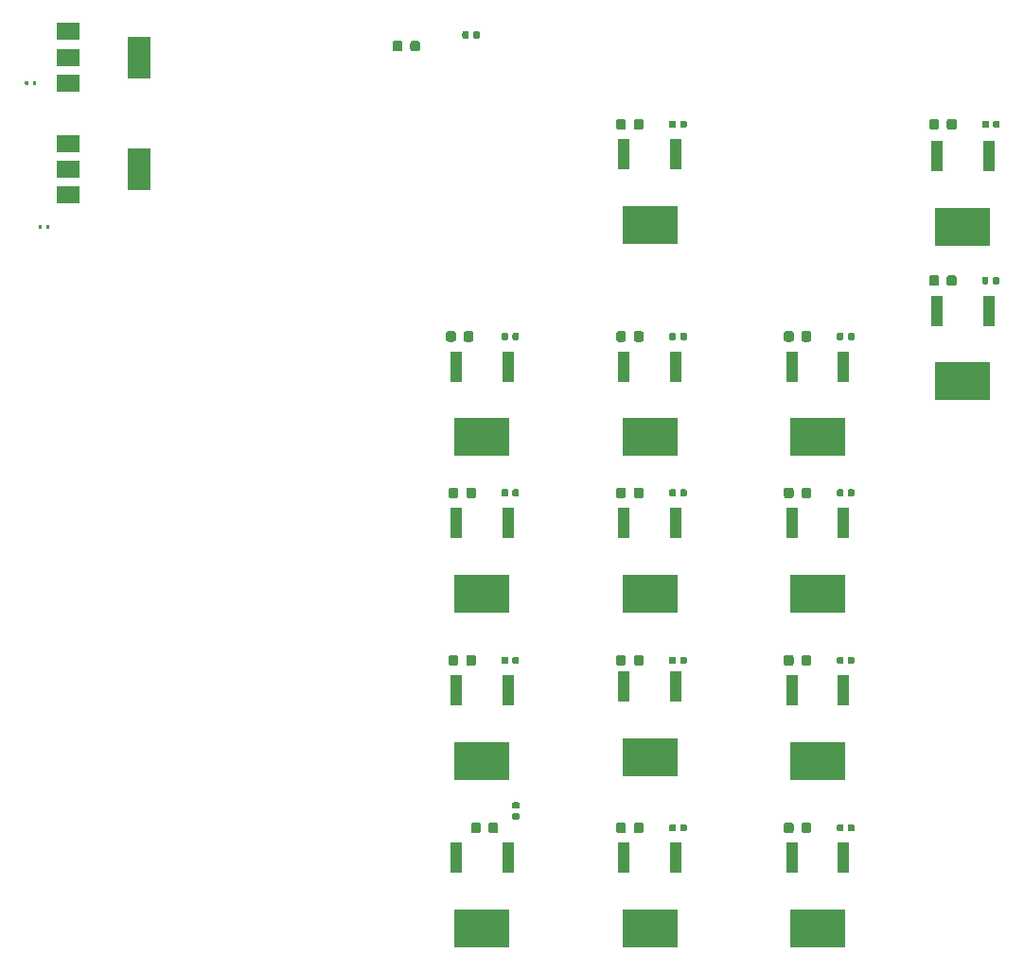
<source format=gbr>
G04 #@! TF.GenerationSoftware,KiCad,Pcbnew,(5.0.1)-3*
G04 #@! TF.CreationDate,2019-11-14T23:00:07-05:00*
G04 #@! TF.ProjectId,pcb_draft1,7063625F6472616674312E6B69636164,rev?*
G04 #@! TF.SameCoordinates,Original*
G04 #@! TF.FileFunction,Paste,Top*
G04 #@! TF.FilePolarity,Positive*
%FSLAX46Y46*%
G04 Gerber Fmt 4.6, Leading zero omitted, Abs format (unit mm)*
G04 Created by KiCad (PCBNEW (5.0.1)-3) date 11/14/2019 11:00:07 PM*
%MOMM*%
%LPD*%
G01*
G04 APERTURE LIST*
%ADD10C,0.100000*%
%ADD11C,0.318000*%
%ADD12R,5.000000X3.500000*%
%ADD13R,1.000000X2.700000*%
%ADD14C,0.875000*%
%ADD15C,0.590000*%
%ADD16R,2.000000X1.500000*%
%ADD17R,2.000000X3.800000*%
G04 APERTURE END LIST*
D10*
G04 #@! TO.C,C3*
G36*
X29542292Y-44020383D02*
X29550010Y-44021528D01*
X29557578Y-44023423D01*
X29564923Y-44026052D01*
X29571976Y-44029387D01*
X29578668Y-44033398D01*
X29584934Y-44038046D01*
X29590715Y-44043285D01*
X29595954Y-44049066D01*
X29600602Y-44055332D01*
X29604613Y-44062024D01*
X29607948Y-44069077D01*
X29610577Y-44076422D01*
X29612472Y-44083990D01*
X29613617Y-44091708D01*
X29614000Y-44099500D01*
X29614000Y-44300500D01*
X29613617Y-44308292D01*
X29612472Y-44316010D01*
X29610577Y-44323578D01*
X29607948Y-44330923D01*
X29604613Y-44337976D01*
X29600602Y-44344668D01*
X29595954Y-44350934D01*
X29590715Y-44356715D01*
X29584934Y-44361954D01*
X29578668Y-44366602D01*
X29571976Y-44370613D01*
X29564923Y-44373948D01*
X29557578Y-44376577D01*
X29550010Y-44378472D01*
X29542292Y-44379617D01*
X29534500Y-44380000D01*
X29375500Y-44380000D01*
X29367708Y-44379617D01*
X29359990Y-44378472D01*
X29352422Y-44376577D01*
X29345077Y-44373948D01*
X29338024Y-44370613D01*
X29331332Y-44366602D01*
X29325066Y-44361954D01*
X29319285Y-44356715D01*
X29314046Y-44350934D01*
X29309398Y-44344668D01*
X29305387Y-44337976D01*
X29302052Y-44330923D01*
X29299423Y-44323578D01*
X29297528Y-44316010D01*
X29296383Y-44308292D01*
X29296000Y-44300500D01*
X29296000Y-44099500D01*
X29296383Y-44091708D01*
X29297528Y-44083990D01*
X29299423Y-44076422D01*
X29302052Y-44069077D01*
X29305387Y-44062024D01*
X29309398Y-44055332D01*
X29314046Y-44049066D01*
X29319285Y-44043285D01*
X29325066Y-44038046D01*
X29331332Y-44033398D01*
X29338024Y-44029387D01*
X29345077Y-44026052D01*
X29352422Y-44023423D01*
X29359990Y-44021528D01*
X29367708Y-44020383D01*
X29375500Y-44020000D01*
X29534500Y-44020000D01*
X29542292Y-44020383D01*
X29542292Y-44020383D01*
G37*
D11*
X29455000Y-44200000D03*
D10*
G36*
X30232292Y-44020383D02*
X30240010Y-44021528D01*
X30247578Y-44023423D01*
X30254923Y-44026052D01*
X30261976Y-44029387D01*
X30268668Y-44033398D01*
X30274934Y-44038046D01*
X30280715Y-44043285D01*
X30285954Y-44049066D01*
X30290602Y-44055332D01*
X30294613Y-44062024D01*
X30297948Y-44069077D01*
X30300577Y-44076422D01*
X30302472Y-44083990D01*
X30303617Y-44091708D01*
X30304000Y-44099500D01*
X30304000Y-44300500D01*
X30303617Y-44308292D01*
X30302472Y-44316010D01*
X30300577Y-44323578D01*
X30297948Y-44330923D01*
X30294613Y-44337976D01*
X30290602Y-44344668D01*
X30285954Y-44350934D01*
X30280715Y-44356715D01*
X30274934Y-44361954D01*
X30268668Y-44366602D01*
X30261976Y-44370613D01*
X30254923Y-44373948D01*
X30247578Y-44376577D01*
X30240010Y-44378472D01*
X30232292Y-44379617D01*
X30224500Y-44380000D01*
X30065500Y-44380000D01*
X30057708Y-44379617D01*
X30049990Y-44378472D01*
X30042422Y-44376577D01*
X30035077Y-44373948D01*
X30028024Y-44370613D01*
X30021332Y-44366602D01*
X30015066Y-44361954D01*
X30009285Y-44356715D01*
X30004046Y-44350934D01*
X29999398Y-44344668D01*
X29995387Y-44337976D01*
X29992052Y-44330923D01*
X29989423Y-44323578D01*
X29987528Y-44316010D01*
X29986383Y-44308292D01*
X29986000Y-44300500D01*
X29986000Y-44099500D01*
X29986383Y-44091708D01*
X29987528Y-44083990D01*
X29989423Y-44076422D01*
X29992052Y-44069077D01*
X29995387Y-44062024D01*
X29999398Y-44055332D01*
X30004046Y-44049066D01*
X30009285Y-44043285D01*
X30015066Y-44038046D01*
X30021332Y-44033398D01*
X30028024Y-44029387D01*
X30035077Y-44026052D01*
X30042422Y-44023423D01*
X30049990Y-44021528D01*
X30057708Y-44020383D01*
X30065500Y-44020000D01*
X30224500Y-44020000D01*
X30232292Y-44020383D01*
X30232292Y-44020383D01*
G37*
D11*
X30145000Y-44200000D03*
G04 #@! TD*
D12*
G04 #@! TO.C,Q12*
X99000000Y-107000000D03*
D13*
X96700000Y-100700000D03*
X101300000Y-100700000D03*
G04 #@! TD*
D12*
G04 #@! TO.C,Q14*
X69000000Y-107000000D03*
D13*
X66700000Y-100700000D03*
X71300000Y-100700000D03*
G04 #@! TD*
D12*
G04 #@! TO.C,Q10*
X84000000Y-91672000D03*
D13*
X81700000Y-85372000D03*
X86300000Y-85372000D03*
G04 #@! TD*
D12*
G04 #@! TO.C,Q4*
X84000000Y-63000000D03*
D13*
X81700000Y-56700000D03*
X86300000Y-56700000D03*
G04 #@! TD*
D12*
G04 #@! TO.C,Q6*
X99000000Y-77000000D03*
D13*
X96700000Y-70700000D03*
X101300000Y-70700000D03*
G04 #@! TD*
G04 #@! TO.C,Q8*
X71300000Y-70700000D03*
X66700000Y-70700000D03*
D12*
X69000000Y-77000000D03*
G04 #@! TD*
G04 #@! TO.C,Q2*
X112000000Y-58000000D03*
D13*
X109700000Y-51700000D03*
X114300000Y-51700000D03*
G04 #@! TD*
G04 #@! TO.C,Q11*
X71300000Y-85700000D03*
X66700000Y-85700000D03*
D12*
X69000000Y-92000000D03*
G04 #@! TD*
D13*
G04 #@! TO.C,Q13*
X86300000Y-100700000D03*
X81700000Y-100700000D03*
D12*
X84000000Y-107000000D03*
G04 #@! TD*
G04 #@! TO.C,Q9*
X99000000Y-92000000D03*
D13*
X96700000Y-85700000D03*
X101300000Y-85700000D03*
G04 #@! TD*
D12*
G04 #@! TO.C,Q3*
X99000000Y-63000000D03*
D13*
X96700000Y-56700000D03*
X101300000Y-56700000D03*
G04 #@! TD*
G04 #@! TO.C,Q5*
X71300000Y-56700000D03*
X66700000Y-56700000D03*
D12*
X69000000Y-63000000D03*
G04 #@! TD*
D13*
G04 #@! TO.C,Q7*
X86300000Y-70700000D03*
X81700000Y-70700000D03*
D12*
X84000000Y-77000000D03*
G04 #@! TD*
D13*
G04 #@! TO.C,Q1*
X114300000Y-37850000D03*
X109700000Y-37850000D03*
D12*
X112000000Y-44150000D03*
G04 #@! TD*
D13*
G04 #@! TO.C,Q15*
X86300000Y-37700000D03*
X81700000Y-37700000D03*
D12*
X84000000Y-44000000D03*
G04 #@! TD*
D10*
G04 #@! TO.C,R26*
G36*
X96665191Y-97526053D02*
X96686426Y-97529203D01*
X96707250Y-97534419D01*
X96727462Y-97541651D01*
X96746868Y-97550830D01*
X96765281Y-97561866D01*
X96782524Y-97574654D01*
X96798430Y-97589070D01*
X96812846Y-97604976D01*
X96825634Y-97622219D01*
X96836670Y-97640632D01*
X96845849Y-97660038D01*
X96853081Y-97680250D01*
X96858297Y-97701074D01*
X96861447Y-97722309D01*
X96862500Y-97743750D01*
X96862500Y-98256250D01*
X96861447Y-98277691D01*
X96858297Y-98298926D01*
X96853081Y-98319750D01*
X96845849Y-98339962D01*
X96836670Y-98359368D01*
X96825634Y-98377781D01*
X96812846Y-98395024D01*
X96798430Y-98410930D01*
X96782524Y-98425346D01*
X96765281Y-98438134D01*
X96746868Y-98449170D01*
X96727462Y-98458349D01*
X96707250Y-98465581D01*
X96686426Y-98470797D01*
X96665191Y-98473947D01*
X96643750Y-98475000D01*
X96206250Y-98475000D01*
X96184809Y-98473947D01*
X96163574Y-98470797D01*
X96142750Y-98465581D01*
X96122538Y-98458349D01*
X96103132Y-98449170D01*
X96084719Y-98438134D01*
X96067476Y-98425346D01*
X96051570Y-98410930D01*
X96037154Y-98395024D01*
X96024366Y-98377781D01*
X96013330Y-98359368D01*
X96004151Y-98339962D01*
X95996919Y-98319750D01*
X95991703Y-98298926D01*
X95988553Y-98277691D01*
X95987500Y-98256250D01*
X95987500Y-97743750D01*
X95988553Y-97722309D01*
X95991703Y-97701074D01*
X95996919Y-97680250D01*
X96004151Y-97660038D01*
X96013330Y-97640632D01*
X96024366Y-97622219D01*
X96037154Y-97604976D01*
X96051570Y-97589070D01*
X96067476Y-97574654D01*
X96084719Y-97561866D01*
X96103132Y-97550830D01*
X96122538Y-97541651D01*
X96142750Y-97534419D01*
X96163574Y-97529203D01*
X96184809Y-97526053D01*
X96206250Y-97525000D01*
X96643750Y-97525000D01*
X96665191Y-97526053D01*
X96665191Y-97526053D01*
G37*
D14*
X96425000Y-98000000D03*
D10*
G36*
X98240191Y-97526053D02*
X98261426Y-97529203D01*
X98282250Y-97534419D01*
X98302462Y-97541651D01*
X98321868Y-97550830D01*
X98340281Y-97561866D01*
X98357524Y-97574654D01*
X98373430Y-97589070D01*
X98387846Y-97604976D01*
X98400634Y-97622219D01*
X98411670Y-97640632D01*
X98420849Y-97660038D01*
X98428081Y-97680250D01*
X98433297Y-97701074D01*
X98436447Y-97722309D01*
X98437500Y-97743750D01*
X98437500Y-98256250D01*
X98436447Y-98277691D01*
X98433297Y-98298926D01*
X98428081Y-98319750D01*
X98420849Y-98339962D01*
X98411670Y-98359368D01*
X98400634Y-98377781D01*
X98387846Y-98395024D01*
X98373430Y-98410930D01*
X98357524Y-98425346D01*
X98340281Y-98438134D01*
X98321868Y-98449170D01*
X98302462Y-98458349D01*
X98282250Y-98465581D01*
X98261426Y-98470797D01*
X98240191Y-98473947D01*
X98218750Y-98475000D01*
X97781250Y-98475000D01*
X97759809Y-98473947D01*
X97738574Y-98470797D01*
X97717750Y-98465581D01*
X97697538Y-98458349D01*
X97678132Y-98449170D01*
X97659719Y-98438134D01*
X97642476Y-98425346D01*
X97626570Y-98410930D01*
X97612154Y-98395024D01*
X97599366Y-98377781D01*
X97588330Y-98359368D01*
X97579151Y-98339962D01*
X97571919Y-98319750D01*
X97566703Y-98298926D01*
X97563553Y-98277691D01*
X97562500Y-98256250D01*
X97562500Y-97743750D01*
X97563553Y-97722309D01*
X97566703Y-97701074D01*
X97571919Y-97680250D01*
X97579151Y-97660038D01*
X97588330Y-97640632D01*
X97599366Y-97622219D01*
X97612154Y-97604976D01*
X97626570Y-97589070D01*
X97642476Y-97574654D01*
X97659719Y-97561866D01*
X97678132Y-97550830D01*
X97697538Y-97541651D01*
X97717750Y-97534419D01*
X97738574Y-97529203D01*
X97759809Y-97526053D01*
X97781250Y-97525000D01*
X98218750Y-97525000D01*
X98240191Y-97526053D01*
X98240191Y-97526053D01*
G37*
D14*
X98000000Y-98000000D03*
G04 #@! TD*
D10*
G04 #@! TO.C,R28*
G36*
X70240191Y-97526053D02*
X70261426Y-97529203D01*
X70282250Y-97534419D01*
X70302462Y-97541651D01*
X70321868Y-97550830D01*
X70340281Y-97561866D01*
X70357524Y-97574654D01*
X70373430Y-97589070D01*
X70387846Y-97604976D01*
X70400634Y-97622219D01*
X70411670Y-97640632D01*
X70420849Y-97660038D01*
X70428081Y-97680250D01*
X70433297Y-97701074D01*
X70436447Y-97722309D01*
X70437500Y-97743750D01*
X70437500Y-98256250D01*
X70436447Y-98277691D01*
X70433297Y-98298926D01*
X70428081Y-98319750D01*
X70420849Y-98339962D01*
X70411670Y-98359368D01*
X70400634Y-98377781D01*
X70387846Y-98395024D01*
X70373430Y-98410930D01*
X70357524Y-98425346D01*
X70340281Y-98438134D01*
X70321868Y-98449170D01*
X70302462Y-98458349D01*
X70282250Y-98465581D01*
X70261426Y-98470797D01*
X70240191Y-98473947D01*
X70218750Y-98475000D01*
X69781250Y-98475000D01*
X69759809Y-98473947D01*
X69738574Y-98470797D01*
X69717750Y-98465581D01*
X69697538Y-98458349D01*
X69678132Y-98449170D01*
X69659719Y-98438134D01*
X69642476Y-98425346D01*
X69626570Y-98410930D01*
X69612154Y-98395024D01*
X69599366Y-98377781D01*
X69588330Y-98359368D01*
X69579151Y-98339962D01*
X69571919Y-98319750D01*
X69566703Y-98298926D01*
X69563553Y-98277691D01*
X69562500Y-98256250D01*
X69562500Y-97743750D01*
X69563553Y-97722309D01*
X69566703Y-97701074D01*
X69571919Y-97680250D01*
X69579151Y-97660038D01*
X69588330Y-97640632D01*
X69599366Y-97622219D01*
X69612154Y-97604976D01*
X69626570Y-97589070D01*
X69642476Y-97574654D01*
X69659719Y-97561866D01*
X69678132Y-97550830D01*
X69697538Y-97541651D01*
X69717750Y-97534419D01*
X69738574Y-97529203D01*
X69759809Y-97526053D01*
X69781250Y-97525000D01*
X70218750Y-97525000D01*
X70240191Y-97526053D01*
X70240191Y-97526053D01*
G37*
D14*
X70000000Y-98000000D03*
D10*
G36*
X68665191Y-97526053D02*
X68686426Y-97529203D01*
X68707250Y-97534419D01*
X68727462Y-97541651D01*
X68746868Y-97550830D01*
X68765281Y-97561866D01*
X68782524Y-97574654D01*
X68798430Y-97589070D01*
X68812846Y-97604976D01*
X68825634Y-97622219D01*
X68836670Y-97640632D01*
X68845849Y-97660038D01*
X68853081Y-97680250D01*
X68858297Y-97701074D01*
X68861447Y-97722309D01*
X68862500Y-97743750D01*
X68862500Y-98256250D01*
X68861447Y-98277691D01*
X68858297Y-98298926D01*
X68853081Y-98319750D01*
X68845849Y-98339962D01*
X68836670Y-98359368D01*
X68825634Y-98377781D01*
X68812846Y-98395024D01*
X68798430Y-98410930D01*
X68782524Y-98425346D01*
X68765281Y-98438134D01*
X68746868Y-98449170D01*
X68727462Y-98458349D01*
X68707250Y-98465581D01*
X68686426Y-98470797D01*
X68665191Y-98473947D01*
X68643750Y-98475000D01*
X68206250Y-98475000D01*
X68184809Y-98473947D01*
X68163574Y-98470797D01*
X68142750Y-98465581D01*
X68122538Y-98458349D01*
X68103132Y-98449170D01*
X68084719Y-98438134D01*
X68067476Y-98425346D01*
X68051570Y-98410930D01*
X68037154Y-98395024D01*
X68024366Y-98377781D01*
X68013330Y-98359368D01*
X68004151Y-98339962D01*
X67996919Y-98319750D01*
X67991703Y-98298926D01*
X67988553Y-98277691D01*
X67987500Y-98256250D01*
X67987500Y-97743750D01*
X67988553Y-97722309D01*
X67991703Y-97701074D01*
X67996919Y-97680250D01*
X68004151Y-97660038D01*
X68013330Y-97640632D01*
X68024366Y-97622219D01*
X68037154Y-97604976D01*
X68051570Y-97589070D01*
X68067476Y-97574654D01*
X68084719Y-97561866D01*
X68103132Y-97550830D01*
X68122538Y-97541651D01*
X68142750Y-97534419D01*
X68163574Y-97529203D01*
X68184809Y-97526053D01*
X68206250Y-97525000D01*
X68643750Y-97525000D01*
X68665191Y-97526053D01*
X68665191Y-97526053D01*
G37*
D14*
X68425000Y-98000000D03*
G04 #@! TD*
D10*
G04 #@! TO.C,R24*
G36*
X83240191Y-82526053D02*
X83261426Y-82529203D01*
X83282250Y-82534419D01*
X83302462Y-82541651D01*
X83321868Y-82550830D01*
X83340281Y-82561866D01*
X83357524Y-82574654D01*
X83373430Y-82589070D01*
X83387846Y-82604976D01*
X83400634Y-82622219D01*
X83411670Y-82640632D01*
X83420849Y-82660038D01*
X83428081Y-82680250D01*
X83433297Y-82701074D01*
X83436447Y-82722309D01*
X83437500Y-82743750D01*
X83437500Y-83256250D01*
X83436447Y-83277691D01*
X83433297Y-83298926D01*
X83428081Y-83319750D01*
X83420849Y-83339962D01*
X83411670Y-83359368D01*
X83400634Y-83377781D01*
X83387846Y-83395024D01*
X83373430Y-83410930D01*
X83357524Y-83425346D01*
X83340281Y-83438134D01*
X83321868Y-83449170D01*
X83302462Y-83458349D01*
X83282250Y-83465581D01*
X83261426Y-83470797D01*
X83240191Y-83473947D01*
X83218750Y-83475000D01*
X82781250Y-83475000D01*
X82759809Y-83473947D01*
X82738574Y-83470797D01*
X82717750Y-83465581D01*
X82697538Y-83458349D01*
X82678132Y-83449170D01*
X82659719Y-83438134D01*
X82642476Y-83425346D01*
X82626570Y-83410930D01*
X82612154Y-83395024D01*
X82599366Y-83377781D01*
X82588330Y-83359368D01*
X82579151Y-83339962D01*
X82571919Y-83319750D01*
X82566703Y-83298926D01*
X82563553Y-83277691D01*
X82562500Y-83256250D01*
X82562500Y-82743750D01*
X82563553Y-82722309D01*
X82566703Y-82701074D01*
X82571919Y-82680250D01*
X82579151Y-82660038D01*
X82588330Y-82640632D01*
X82599366Y-82622219D01*
X82612154Y-82604976D01*
X82626570Y-82589070D01*
X82642476Y-82574654D01*
X82659719Y-82561866D01*
X82678132Y-82550830D01*
X82697538Y-82541651D01*
X82717750Y-82534419D01*
X82738574Y-82529203D01*
X82759809Y-82526053D01*
X82781250Y-82525000D01*
X83218750Y-82525000D01*
X83240191Y-82526053D01*
X83240191Y-82526053D01*
G37*
D14*
X83000000Y-83000000D03*
D10*
G36*
X81665191Y-82526053D02*
X81686426Y-82529203D01*
X81707250Y-82534419D01*
X81727462Y-82541651D01*
X81746868Y-82550830D01*
X81765281Y-82561866D01*
X81782524Y-82574654D01*
X81798430Y-82589070D01*
X81812846Y-82604976D01*
X81825634Y-82622219D01*
X81836670Y-82640632D01*
X81845849Y-82660038D01*
X81853081Y-82680250D01*
X81858297Y-82701074D01*
X81861447Y-82722309D01*
X81862500Y-82743750D01*
X81862500Y-83256250D01*
X81861447Y-83277691D01*
X81858297Y-83298926D01*
X81853081Y-83319750D01*
X81845849Y-83339962D01*
X81836670Y-83359368D01*
X81825634Y-83377781D01*
X81812846Y-83395024D01*
X81798430Y-83410930D01*
X81782524Y-83425346D01*
X81765281Y-83438134D01*
X81746868Y-83449170D01*
X81727462Y-83458349D01*
X81707250Y-83465581D01*
X81686426Y-83470797D01*
X81665191Y-83473947D01*
X81643750Y-83475000D01*
X81206250Y-83475000D01*
X81184809Y-83473947D01*
X81163574Y-83470797D01*
X81142750Y-83465581D01*
X81122538Y-83458349D01*
X81103132Y-83449170D01*
X81084719Y-83438134D01*
X81067476Y-83425346D01*
X81051570Y-83410930D01*
X81037154Y-83395024D01*
X81024366Y-83377781D01*
X81013330Y-83359368D01*
X81004151Y-83339962D01*
X80996919Y-83319750D01*
X80991703Y-83298926D01*
X80988553Y-83277691D01*
X80987500Y-83256250D01*
X80987500Y-82743750D01*
X80988553Y-82722309D01*
X80991703Y-82701074D01*
X80996919Y-82680250D01*
X81004151Y-82660038D01*
X81013330Y-82640632D01*
X81024366Y-82622219D01*
X81037154Y-82604976D01*
X81051570Y-82589070D01*
X81067476Y-82574654D01*
X81084719Y-82561866D01*
X81103132Y-82550830D01*
X81122538Y-82541651D01*
X81142750Y-82534419D01*
X81163574Y-82529203D01*
X81184809Y-82526053D01*
X81206250Y-82525000D01*
X81643750Y-82525000D01*
X81665191Y-82526053D01*
X81665191Y-82526053D01*
G37*
D14*
X81425000Y-83000000D03*
G04 #@! TD*
D10*
G04 #@! TO.C,R18*
G36*
X81665191Y-53526053D02*
X81686426Y-53529203D01*
X81707250Y-53534419D01*
X81727462Y-53541651D01*
X81746868Y-53550830D01*
X81765281Y-53561866D01*
X81782524Y-53574654D01*
X81798430Y-53589070D01*
X81812846Y-53604976D01*
X81825634Y-53622219D01*
X81836670Y-53640632D01*
X81845849Y-53660038D01*
X81853081Y-53680250D01*
X81858297Y-53701074D01*
X81861447Y-53722309D01*
X81862500Y-53743750D01*
X81862500Y-54256250D01*
X81861447Y-54277691D01*
X81858297Y-54298926D01*
X81853081Y-54319750D01*
X81845849Y-54339962D01*
X81836670Y-54359368D01*
X81825634Y-54377781D01*
X81812846Y-54395024D01*
X81798430Y-54410930D01*
X81782524Y-54425346D01*
X81765281Y-54438134D01*
X81746868Y-54449170D01*
X81727462Y-54458349D01*
X81707250Y-54465581D01*
X81686426Y-54470797D01*
X81665191Y-54473947D01*
X81643750Y-54475000D01*
X81206250Y-54475000D01*
X81184809Y-54473947D01*
X81163574Y-54470797D01*
X81142750Y-54465581D01*
X81122538Y-54458349D01*
X81103132Y-54449170D01*
X81084719Y-54438134D01*
X81067476Y-54425346D01*
X81051570Y-54410930D01*
X81037154Y-54395024D01*
X81024366Y-54377781D01*
X81013330Y-54359368D01*
X81004151Y-54339962D01*
X80996919Y-54319750D01*
X80991703Y-54298926D01*
X80988553Y-54277691D01*
X80987500Y-54256250D01*
X80987500Y-53743750D01*
X80988553Y-53722309D01*
X80991703Y-53701074D01*
X80996919Y-53680250D01*
X81004151Y-53660038D01*
X81013330Y-53640632D01*
X81024366Y-53622219D01*
X81037154Y-53604976D01*
X81051570Y-53589070D01*
X81067476Y-53574654D01*
X81084719Y-53561866D01*
X81103132Y-53550830D01*
X81122538Y-53541651D01*
X81142750Y-53534419D01*
X81163574Y-53529203D01*
X81184809Y-53526053D01*
X81206250Y-53525000D01*
X81643750Y-53525000D01*
X81665191Y-53526053D01*
X81665191Y-53526053D01*
G37*
D14*
X81425000Y-54000000D03*
D10*
G36*
X83240191Y-53526053D02*
X83261426Y-53529203D01*
X83282250Y-53534419D01*
X83302462Y-53541651D01*
X83321868Y-53550830D01*
X83340281Y-53561866D01*
X83357524Y-53574654D01*
X83373430Y-53589070D01*
X83387846Y-53604976D01*
X83400634Y-53622219D01*
X83411670Y-53640632D01*
X83420849Y-53660038D01*
X83428081Y-53680250D01*
X83433297Y-53701074D01*
X83436447Y-53722309D01*
X83437500Y-53743750D01*
X83437500Y-54256250D01*
X83436447Y-54277691D01*
X83433297Y-54298926D01*
X83428081Y-54319750D01*
X83420849Y-54339962D01*
X83411670Y-54359368D01*
X83400634Y-54377781D01*
X83387846Y-54395024D01*
X83373430Y-54410930D01*
X83357524Y-54425346D01*
X83340281Y-54438134D01*
X83321868Y-54449170D01*
X83302462Y-54458349D01*
X83282250Y-54465581D01*
X83261426Y-54470797D01*
X83240191Y-54473947D01*
X83218750Y-54475000D01*
X82781250Y-54475000D01*
X82759809Y-54473947D01*
X82738574Y-54470797D01*
X82717750Y-54465581D01*
X82697538Y-54458349D01*
X82678132Y-54449170D01*
X82659719Y-54438134D01*
X82642476Y-54425346D01*
X82626570Y-54410930D01*
X82612154Y-54395024D01*
X82599366Y-54377781D01*
X82588330Y-54359368D01*
X82579151Y-54339962D01*
X82571919Y-54319750D01*
X82566703Y-54298926D01*
X82563553Y-54277691D01*
X82562500Y-54256250D01*
X82562500Y-53743750D01*
X82563553Y-53722309D01*
X82566703Y-53701074D01*
X82571919Y-53680250D01*
X82579151Y-53660038D01*
X82588330Y-53640632D01*
X82599366Y-53622219D01*
X82612154Y-53604976D01*
X82626570Y-53589070D01*
X82642476Y-53574654D01*
X82659719Y-53561866D01*
X82678132Y-53550830D01*
X82697538Y-53541651D01*
X82717750Y-53534419D01*
X82738574Y-53529203D01*
X82759809Y-53526053D01*
X82781250Y-53525000D01*
X83218750Y-53525000D01*
X83240191Y-53526053D01*
X83240191Y-53526053D01*
G37*
D14*
X83000000Y-54000000D03*
G04 #@! TD*
D10*
G04 #@! TO.C,R20*
G36*
X98240191Y-67526053D02*
X98261426Y-67529203D01*
X98282250Y-67534419D01*
X98302462Y-67541651D01*
X98321868Y-67550830D01*
X98340281Y-67561866D01*
X98357524Y-67574654D01*
X98373430Y-67589070D01*
X98387846Y-67604976D01*
X98400634Y-67622219D01*
X98411670Y-67640632D01*
X98420849Y-67660038D01*
X98428081Y-67680250D01*
X98433297Y-67701074D01*
X98436447Y-67722309D01*
X98437500Y-67743750D01*
X98437500Y-68256250D01*
X98436447Y-68277691D01*
X98433297Y-68298926D01*
X98428081Y-68319750D01*
X98420849Y-68339962D01*
X98411670Y-68359368D01*
X98400634Y-68377781D01*
X98387846Y-68395024D01*
X98373430Y-68410930D01*
X98357524Y-68425346D01*
X98340281Y-68438134D01*
X98321868Y-68449170D01*
X98302462Y-68458349D01*
X98282250Y-68465581D01*
X98261426Y-68470797D01*
X98240191Y-68473947D01*
X98218750Y-68475000D01*
X97781250Y-68475000D01*
X97759809Y-68473947D01*
X97738574Y-68470797D01*
X97717750Y-68465581D01*
X97697538Y-68458349D01*
X97678132Y-68449170D01*
X97659719Y-68438134D01*
X97642476Y-68425346D01*
X97626570Y-68410930D01*
X97612154Y-68395024D01*
X97599366Y-68377781D01*
X97588330Y-68359368D01*
X97579151Y-68339962D01*
X97571919Y-68319750D01*
X97566703Y-68298926D01*
X97563553Y-68277691D01*
X97562500Y-68256250D01*
X97562500Y-67743750D01*
X97563553Y-67722309D01*
X97566703Y-67701074D01*
X97571919Y-67680250D01*
X97579151Y-67660038D01*
X97588330Y-67640632D01*
X97599366Y-67622219D01*
X97612154Y-67604976D01*
X97626570Y-67589070D01*
X97642476Y-67574654D01*
X97659719Y-67561866D01*
X97678132Y-67550830D01*
X97697538Y-67541651D01*
X97717750Y-67534419D01*
X97738574Y-67529203D01*
X97759809Y-67526053D01*
X97781250Y-67525000D01*
X98218750Y-67525000D01*
X98240191Y-67526053D01*
X98240191Y-67526053D01*
G37*
D14*
X98000000Y-68000000D03*
D10*
G36*
X96665191Y-67526053D02*
X96686426Y-67529203D01*
X96707250Y-67534419D01*
X96727462Y-67541651D01*
X96746868Y-67550830D01*
X96765281Y-67561866D01*
X96782524Y-67574654D01*
X96798430Y-67589070D01*
X96812846Y-67604976D01*
X96825634Y-67622219D01*
X96836670Y-67640632D01*
X96845849Y-67660038D01*
X96853081Y-67680250D01*
X96858297Y-67701074D01*
X96861447Y-67722309D01*
X96862500Y-67743750D01*
X96862500Y-68256250D01*
X96861447Y-68277691D01*
X96858297Y-68298926D01*
X96853081Y-68319750D01*
X96845849Y-68339962D01*
X96836670Y-68359368D01*
X96825634Y-68377781D01*
X96812846Y-68395024D01*
X96798430Y-68410930D01*
X96782524Y-68425346D01*
X96765281Y-68438134D01*
X96746868Y-68449170D01*
X96727462Y-68458349D01*
X96707250Y-68465581D01*
X96686426Y-68470797D01*
X96665191Y-68473947D01*
X96643750Y-68475000D01*
X96206250Y-68475000D01*
X96184809Y-68473947D01*
X96163574Y-68470797D01*
X96142750Y-68465581D01*
X96122538Y-68458349D01*
X96103132Y-68449170D01*
X96084719Y-68438134D01*
X96067476Y-68425346D01*
X96051570Y-68410930D01*
X96037154Y-68395024D01*
X96024366Y-68377781D01*
X96013330Y-68359368D01*
X96004151Y-68339962D01*
X95996919Y-68319750D01*
X95991703Y-68298926D01*
X95988553Y-68277691D01*
X95987500Y-68256250D01*
X95987500Y-67743750D01*
X95988553Y-67722309D01*
X95991703Y-67701074D01*
X95996919Y-67680250D01*
X96004151Y-67660038D01*
X96013330Y-67640632D01*
X96024366Y-67622219D01*
X96037154Y-67604976D01*
X96051570Y-67589070D01*
X96067476Y-67574654D01*
X96084719Y-67561866D01*
X96103132Y-67550830D01*
X96122538Y-67541651D01*
X96142750Y-67534419D01*
X96163574Y-67529203D01*
X96184809Y-67526053D01*
X96206250Y-67525000D01*
X96643750Y-67525000D01*
X96665191Y-67526053D01*
X96665191Y-67526053D01*
G37*
D14*
X96425000Y-68000000D03*
G04 #@! TD*
D10*
G04 #@! TO.C,R22*
G36*
X68240191Y-67526053D02*
X68261426Y-67529203D01*
X68282250Y-67534419D01*
X68302462Y-67541651D01*
X68321868Y-67550830D01*
X68340281Y-67561866D01*
X68357524Y-67574654D01*
X68373430Y-67589070D01*
X68387846Y-67604976D01*
X68400634Y-67622219D01*
X68411670Y-67640632D01*
X68420849Y-67660038D01*
X68428081Y-67680250D01*
X68433297Y-67701074D01*
X68436447Y-67722309D01*
X68437500Y-67743750D01*
X68437500Y-68256250D01*
X68436447Y-68277691D01*
X68433297Y-68298926D01*
X68428081Y-68319750D01*
X68420849Y-68339962D01*
X68411670Y-68359368D01*
X68400634Y-68377781D01*
X68387846Y-68395024D01*
X68373430Y-68410930D01*
X68357524Y-68425346D01*
X68340281Y-68438134D01*
X68321868Y-68449170D01*
X68302462Y-68458349D01*
X68282250Y-68465581D01*
X68261426Y-68470797D01*
X68240191Y-68473947D01*
X68218750Y-68475000D01*
X67781250Y-68475000D01*
X67759809Y-68473947D01*
X67738574Y-68470797D01*
X67717750Y-68465581D01*
X67697538Y-68458349D01*
X67678132Y-68449170D01*
X67659719Y-68438134D01*
X67642476Y-68425346D01*
X67626570Y-68410930D01*
X67612154Y-68395024D01*
X67599366Y-68377781D01*
X67588330Y-68359368D01*
X67579151Y-68339962D01*
X67571919Y-68319750D01*
X67566703Y-68298926D01*
X67563553Y-68277691D01*
X67562500Y-68256250D01*
X67562500Y-67743750D01*
X67563553Y-67722309D01*
X67566703Y-67701074D01*
X67571919Y-67680250D01*
X67579151Y-67660038D01*
X67588330Y-67640632D01*
X67599366Y-67622219D01*
X67612154Y-67604976D01*
X67626570Y-67589070D01*
X67642476Y-67574654D01*
X67659719Y-67561866D01*
X67678132Y-67550830D01*
X67697538Y-67541651D01*
X67717750Y-67534419D01*
X67738574Y-67529203D01*
X67759809Y-67526053D01*
X67781250Y-67525000D01*
X68218750Y-67525000D01*
X68240191Y-67526053D01*
X68240191Y-67526053D01*
G37*
D14*
X68000000Y-68000000D03*
D10*
G36*
X66665191Y-67526053D02*
X66686426Y-67529203D01*
X66707250Y-67534419D01*
X66727462Y-67541651D01*
X66746868Y-67550830D01*
X66765281Y-67561866D01*
X66782524Y-67574654D01*
X66798430Y-67589070D01*
X66812846Y-67604976D01*
X66825634Y-67622219D01*
X66836670Y-67640632D01*
X66845849Y-67660038D01*
X66853081Y-67680250D01*
X66858297Y-67701074D01*
X66861447Y-67722309D01*
X66862500Y-67743750D01*
X66862500Y-68256250D01*
X66861447Y-68277691D01*
X66858297Y-68298926D01*
X66853081Y-68319750D01*
X66845849Y-68339962D01*
X66836670Y-68359368D01*
X66825634Y-68377781D01*
X66812846Y-68395024D01*
X66798430Y-68410930D01*
X66782524Y-68425346D01*
X66765281Y-68438134D01*
X66746868Y-68449170D01*
X66727462Y-68458349D01*
X66707250Y-68465581D01*
X66686426Y-68470797D01*
X66665191Y-68473947D01*
X66643750Y-68475000D01*
X66206250Y-68475000D01*
X66184809Y-68473947D01*
X66163574Y-68470797D01*
X66142750Y-68465581D01*
X66122538Y-68458349D01*
X66103132Y-68449170D01*
X66084719Y-68438134D01*
X66067476Y-68425346D01*
X66051570Y-68410930D01*
X66037154Y-68395024D01*
X66024366Y-68377781D01*
X66013330Y-68359368D01*
X66004151Y-68339962D01*
X65996919Y-68319750D01*
X65991703Y-68298926D01*
X65988553Y-68277691D01*
X65987500Y-68256250D01*
X65987500Y-67743750D01*
X65988553Y-67722309D01*
X65991703Y-67701074D01*
X65996919Y-67680250D01*
X66004151Y-67660038D01*
X66013330Y-67640632D01*
X66024366Y-67622219D01*
X66037154Y-67604976D01*
X66051570Y-67589070D01*
X66067476Y-67574654D01*
X66084719Y-67561866D01*
X66103132Y-67550830D01*
X66122538Y-67541651D01*
X66142750Y-67534419D01*
X66163574Y-67529203D01*
X66184809Y-67526053D01*
X66206250Y-67525000D01*
X66643750Y-67525000D01*
X66665191Y-67526053D01*
X66665191Y-67526053D01*
G37*
D14*
X66425000Y-68000000D03*
G04 #@! TD*
D10*
G04 #@! TO.C,R16*
G36*
X109665191Y-48526053D02*
X109686426Y-48529203D01*
X109707250Y-48534419D01*
X109727462Y-48541651D01*
X109746868Y-48550830D01*
X109765281Y-48561866D01*
X109782524Y-48574654D01*
X109798430Y-48589070D01*
X109812846Y-48604976D01*
X109825634Y-48622219D01*
X109836670Y-48640632D01*
X109845849Y-48660038D01*
X109853081Y-48680250D01*
X109858297Y-48701074D01*
X109861447Y-48722309D01*
X109862500Y-48743750D01*
X109862500Y-49256250D01*
X109861447Y-49277691D01*
X109858297Y-49298926D01*
X109853081Y-49319750D01*
X109845849Y-49339962D01*
X109836670Y-49359368D01*
X109825634Y-49377781D01*
X109812846Y-49395024D01*
X109798430Y-49410930D01*
X109782524Y-49425346D01*
X109765281Y-49438134D01*
X109746868Y-49449170D01*
X109727462Y-49458349D01*
X109707250Y-49465581D01*
X109686426Y-49470797D01*
X109665191Y-49473947D01*
X109643750Y-49475000D01*
X109206250Y-49475000D01*
X109184809Y-49473947D01*
X109163574Y-49470797D01*
X109142750Y-49465581D01*
X109122538Y-49458349D01*
X109103132Y-49449170D01*
X109084719Y-49438134D01*
X109067476Y-49425346D01*
X109051570Y-49410930D01*
X109037154Y-49395024D01*
X109024366Y-49377781D01*
X109013330Y-49359368D01*
X109004151Y-49339962D01*
X108996919Y-49319750D01*
X108991703Y-49298926D01*
X108988553Y-49277691D01*
X108987500Y-49256250D01*
X108987500Y-48743750D01*
X108988553Y-48722309D01*
X108991703Y-48701074D01*
X108996919Y-48680250D01*
X109004151Y-48660038D01*
X109013330Y-48640632D01*
X109024366Y-48622219D01*
X109037154Y-48604976D01*
X109051570Y-48589070D01*
X109067476Y-48574654D01*
X109084719Y-48561866D01*
X109103132Y-48550830D01*
X109122538Y-48541651D01*
X109142750Y-48534419D01*
X109163574Y-48529203D01*
X109184809Y-48526053D01*
X109206250Y-48525000D01*
X109643750Y-48525000D01*
X109665191Y-48526053D01*
X109665191Y-48526053D01*
G37*
D14*
X109425000Y-49000000D03*
D10*
G36*
X111240191Y-48526053D02*
X111261426Y-48529203D01*
X111282250Y-48534419D01*
X111302462Y-48541651D01*
X111321868Y-48550830D01*
X111340281Y-48561866D01*
X111357524Y-48574654D01*
X111373430Y-48589070D01*
X111387846Y-48604976D01*
X111400634Y-48622219D01*
X111411670Y-48640632D01*
X111420849Y-48660038D01*
X111428081Y-48680250D01*
X111433297Y-48701074D01*
X111436447Y-48722309D01*
X111437500Y-48743750D01*
X111437500Y-49256250D01*
X111436447Y-49277691D01*
X111433297Y-49298926D01*
X111428081Y-49319750D01*
X111420849Y-49339962D01*
X111411670Y-49359368D01*
X111400634Y-49377781D01*
X111387846Y-49395024D01*
X111373430Y-49410930D01*
X111357524Y-49425346D01*
X111340281Y-49438134D01*
X111321868Y-49449170D01*
X111302462Y-49458349D01*
X111282250Y-49465581D01*
X111261426Y-49470797D01*
X111240191Y-49473947D01*
X111218750Y-49475000D01*
X110781250Y-49475000D01*
X110759809Y-49473947D01*
X110738574Y-49470797D01*
X110717750Y-49465581D01*
X110697538Y-49458349D01*
X110678132Y-49449170D01*
X110659719Y-49438134D01*
X110642476Y-49425346D01*
X110626570Y-49410930D01*
X110612154Y-49395024D01*
X110599366Y-49377781D01*
X110588330Y-49359368D01*
X110579151Y-49339962D01*
X110571919Y-49319750D01*
X110566703Y-49298926D01*
X110563553Y-49277691D01*
X110562500Y-49256250D01*
X110562500Y-48743750D01*
X110563553Y-48722309D01*
X110566703Y-48701074D01*
X110571919Y-48680250D01*
X110579151Y-48660038D01*
X110588330Y-48640632D01*
X110599366Y-48622219D01*
X110612154Y-48604976D01*
X110626570Y-48589070D01*
X110642476Y-48574654D01*
X110659719Y-48561866D01*
X110678132Y-48550830D01*
X110697538Y-48541651D01*
X110717750Y-48534419D01*
X110738574Y-48529203D01*
X110759809Y-48526053D01*
X110781250Y-48525000D01*
X111218750Y-48525000D01*
X111240191Y-48526053D01*
X111240191Y-48526053D01*
G37*
D14*
X111000000Y-49000000D03*
G04 #@! TD*
D10*
G04 #@! TO.C,R25*
G36*
X68240191Y-82526053D02*
X68261426Y-82529203D01*
X68282250Y-82534419D01*
X68302462Y-82541651D01*
X68321868Y-82550830D01*
X68340281Y-82561866D01*
X68357524Y-82574654D01*
X68373430Y-82589070D01*
X68387846Y-82604976D01*
X68400634Y-82622219D01*
X68411670Y-82640632D01*
X68420849Y-82660038D01*
X68428081Y-82680250D01*
X68433297Y-82701074D01*
X68436447Y-82722309D01*
X68437500Y-82743750D01*
X68437500Y-83256250D01*
X68436447Y-83277691D01*
X68433297Y-83298926D01*
X68428081Y-83319750D01*
X68420849Y-83339962D01*
X68411670Y-83359368D01*
X68400634Y-83377781D01*
X68387846Y-83395024D01*
X68373430Y-83410930D01*
X68357524Y-83425346D01*
X68340281Y-83438134D01*
X68321868Y-83449170D01*
X68302462Y-83458349D01*
X68282250Y-83465581D01*
X68261426Y-83470797D01*
X68240191Y-83473947D01*
X68218750Y-83475000D01*
X67781250Y-83475000D01*
X67759809Y-83473947D01*
X67738574Y-83470797D01*
X67717750Y-83465581D01*
X67697538Y-83458349D01*
X67678132Y-83449170D01*
X67659719Y-83438134D01*
X67642476Y-83425346D01*
X67626570Y-83410930D01*
X67612154Y-83395024D01*
X67599366Y-83377781D01*
X67588330Y-83359368D01*
X67579151Y-83339962D01*
X67571919Y-83319750D01*
X67566703Y-83298926D01*
X67563553Y-83277691D01*
X67562500Y-83256250D01*
X67562500Y-82743750D01*
X67563553Y-82722309D01*
X67566703Y-82701074D01*
X67571919Y-82680250D01*
X67579151Y-82660038D01*
X67588330Y-82640632D01*
X67599366Y-82622219D01*
X67612154Y-82604976D01*
X67626570Y-82589070D01*
X67642476Y-82574654D01*
X67659719Y-82561866D01*
X67678132Y-82550830D01*
X67697538Y-82541651D01*
X67717750Y-82534419D01*
X67738574Y-82529203D01*
X67759809Y-82526053D01*
X67781250Y-82525000D01*
X68218750Y-82525000D01*
X68240191Y-82526053D01*
X68240191Y-82526053D01*
G37*
D14*
X68000000Y-83000000D03*
D10*
G36*
X66665191Y-82526053D02*
X66686426Y-82529203D01*
X66707250Y-82534419D01*
X66727462Y-82541651D01*
X66746868Y-82550830D01*
X66765281Y-82561866D01*
X66782524Y-82574654D01*
X66798430Y-82589070D01*
X66812846Y-82604976D01*
X66825634Y-82622219D01*
X66836670Y-82640632D01*
X66845849Y-82660038D01*
X66853081Y-82680250D01*
X66858297Y-82701074D01*
X66861447Y-82722309D01*
X66862500Y-82743750D01*
X66862500Y-83256250D01*
X66861447Y-83277691D01*
X66858297Y-83298926D01*
X66853081Y-83319750D01*
X66845849Y-83339962D01*
X66836670Y-83359368D01*
X66825634Y-83377781D01*
X66812846Y-83395024D01*
X66798430Y-83410930D01*
X66782524Y-83425346D01*
X66765281Y-83438134D01*
X66746868Y-83449170D01*
X66727462Y-83458349D01*
X66707250Y-83465581D01*
X66686426Y-83470797D01*
X66665191Y-83473947D01*
X66643750Y-83475000D01*
X66206250Y-83475000D01*
X66184809Y-83473947D01*
X66163574Y-83470797D01*
X66142750Y-83465581D01*
X66122538Y-83458349D01*
X66103132Y-83449170D01*
X66084719Y-83438134D01*
X66067476Y-83425346D01*
X66051570Y-83410930D01*
X66037154Y-83395024D01*
X66024366Y-83377781D01*
X66013330Y-83359368D01*
X66004151Y-83339962D01*
X65996919Y-83319750D01*
X65991703Y-83298926D01*
X65988553Y-83277691D01*
X65987500Y-83256250D01*
X65987500Y-82743750D01*
X65988553Y-82722309D01*
X65991703Y-82701074D01*
X65996919Y-82680250D01*
X66004151Y-82660038D01*
X66013330Y-82640632D01*
X66024366Y-82622219D01*
X66037154Y-82604976D01*
X66051570Y-82589070D01*
X66067476Y-82574654D01*
X66084719Y-82561866D01*
X66103132Y-82550830D01*
X66122538Y-82541651D01*
X66142750Y-82534419D01*
X66163574Y-82529203D01*
X66184809Y-82526053D01*
X66206250Y-82525000D01*
X66643750Y-82525000D01*
X66665191Y-82526053D01*
X66665191Y-82526053D01*
G37*
D14*
X66425000Y-83000000D03*
G04 #@! TD*
D10*
G04 #@! TO.C,R27*
G36*
X83240191Y-97526053D02*
X83261426Y-97529203D01*
X83282250Y-97534419D01*
X83302462Y-97541651D01*
X83321868Y-97550830D01*
X83340281Y-97561866D01*
X83357524Y-97574654D01*
X83373430Y-97589070D01*
X83387846Y-97604976D01*
X83400634Y-97622219D01*
X83411670Y-97640632D01*
X83420849Y-97660038D01*
X83428081Y-97680250D01*
X83433297Y-97701074D01*
X83436447Y-97722309D01*
X83437500Y-97743750D01*
X83437500Y-98256250D01*
X83436447Y-98277691D01*
X83433297Y-98298926D01*
X83428081Y-98319750D01*
X83420849Y-98339962D01*
X83411670Y-98359368D01*
X83400634Y-98377781D01*
X83387846Y-98395024D01*
X83373430Y-98410930D01*
X83357524Y-98425346D01*
X83340281Y-98438134D01*
X83321868Y-98449170D01*
X83302462Y-98458349D01*
X83282250Y-98465581D01*
X83261426Y-98470797D01*
X83240191Y-98473947D01*
X83218750Y-98475000D01*
X82781250Y-98475000D01*
X82759809Y-98473947D01*
X82738574Y-98470797D01*
X82717750Y-98465581D01*
X82697538Y-98458349D01*
X82678132Y-98449170D01*
X82659719Y-98438134D01*
X82642476Y-98425346D01*
X82626570Y-98410930D01*
X82612154Y-98395024D01*
X82599366Y-98377781D01*
X82588330Y-98359368D01*
X82579151Y-98339962D01*
X82571919Y-98319750D01*
X82566703Y-98298926D01*
X82563553Y-98277691D01*
X82562500Y-98256250D01*
X82562500Y-97743750D01*
X82563553Y-97722309D01*
X82566703Y-97701074D01*
X82571919Y-97680250D01*
X82579151Y-97660038D01*
X82588330Y-97640632D01*
X82599366Y-97622219D01*
X82612154Y-97604976D01*
X82626570Y-97589070D01*
X82642476Y-97574654D01*
X82659719Y-97561866D01*
X82678132Y-97550830D01*
X82697538Y-97541651D01*
X82717750Y-97534419D01*
X82738574Y-97529203D01*
X82759809Y-97526053D01*
X82781250Y-97525000D01*
X83218750Y-97525000D01*
X83240191Y-97526053D01*
X83240191Y-97526053D01*
G37*
D14*
X83000000Y-98000000D03*
D10*
G36*
X81665191Y-97526053D02*
X81686426Y-97529203D01*
X81707250Y-97534419D01*
X81727462Y-97541651D01*
X81746868Y-97550830D01*
X81765281Y-97561866D01*
X81782524Y-97574654D01*
X81798430Y-97589070D01*
X81812846Y-97604976D01*
X81825634Y-97622219D01*
X81836670Y-97640632D01*
X81845849Y-97660038D01*
X81853081Y-97680250D01*
X81858297Y-97701074D01*
X81861447Y-97722309D01*
X81862500Y-97743750D01*
X81862500Y-98256250D01*
X81861447Y-98277691D01*
X81858297Y-98298926D01*
X81853081Y-98319750D01*
X81845849Y-98339962D01*
X81836670Y-98359368D01*
X81825634Y-98377781D01*
X81812846Y-98395024D01*
X81798430Y-98410930D01*
X81782524Y-98425346D01*
X81765281Y-98438134D01*
X81746868Y-98449170D01*
X81727462Y-98458349D01*
X81707250Y-98465581D01*
X81686426Y-98470797D01*
X81665191Y-98473947D01*
X81643750Y-98475000D01*
X81206250Y-98475000D01*
X81184809Y-98473947D01*
X81163574Y-98470797D01*
X81142750Y-98465581D01*
X81122538Y-98458349D01*
X81103132Y-98449170D01*
X81084719Y-98438134D01*
X81067476Y-98425346D01*
X81051570Y-98410930D01*
X81037154Y-98395024D01*
X81024366Y-98377781D01*
X81013330Y-98359368D01*
X81004151Y-98339962D01*
X80996919Y-98319750D01*
X80991703Y-98298926D01*
X80988553Y-98277691D01*
X80987500Y-98256250D01*
X80987500Y-97743750D01*
X80988553Y-97722309D01*
X80991703Y-97701074D01*
X80996919Y-97680250D01*
X81004151Y-97660038D01*
X81013330Y-97640632D01*
X81024366Y-97622219D01*
X81037154Y-97604976D01*
X81051570Y-97589070D01*
X81067476Y-97574654D01*
X81084719Y-97561866D01*
X81103132Y-97550830D01*
X81122538Y-97541651D01*
X81142750Y-97534419D01*
X81163574Y-97529203D01*
X81184809Y-97526053D01*
X81206250Y-97525000D01*
X81643750Y-97525000D01*
X81665191Y-97526053D01*
X81665191Y-97526053D01*
G37*
D14*
X81425000Y-98000000D03*
G04 #@! TD*
D10*
G04 #@! TO.C,R23*
G36*
X96665191Y-82526053D02*
X96686426Y-82529203D01*
X96707250Y-82534419D01*
X96727462Y-82541651D01*
X96746868Y-82550830D01*
X96765281Y-82561866D01*
X96782524Y-82574654D01*
X96798430Y-82589070D01*
X96812846Y-82604976D01*
X96825634Y-82622219D01*
X96836670Y-82640632D01*
X96845849Y-82660038D01*
X96853081Y-82680250D01*
X96858297Y-82701074D01*
X96861447Y-82722309D01*
X96862500Y-82743750D01*
X96862500Y-83256250D01*
X96861447Y-83277691D01*
X96858297Y-83298926D01*
X96853081Y-83319750D01*
X96845849Y-83339962D01*
X96836670Y-83359368D01*
X96825634Y-83377781D01*
X96812846Y-83395024D01*
X96798430Y-83410930D01*
X96782524Y-83425346D01*
X96765281Y-83438134D01*
X96746868Y-83449170D01*
X96727462Y-83458349D01*
X96707250Y-83465581D01*
X96686426Y-83470797D01*
X96665191Y-83473947D01*
X96643750Y-83475000D01*
X96206250Y-83475000D01*
X96184809Y-83473947D01*
X96163574Y-83470797D01*
X96142750Y-83465581D01*
X96122538Y-83458349D01*
X96103132Y-83449170D01*
X96084719Y-83438134D01*
X96067476Y-83425346D01*
X96051570Y-83410930D01*
X96037154Y-83395024D01*
X96024366Y-83377781D01*
X96013330Y-83359368D01*
X96004151Y-83339962D01*
X95996919Y-83319750D01*
X95991703Y-83298926D01*
X95988553Y-83277691D01*
X95987500Y-83256250D01*
X95987500Y-82743750D01*
X95988553Y-82722309D01*
X95991703Y-82701074D01*
X95996919Y-82680250D01*
X96004151Y-82660038D01*
X96013330Y-82640632D01*
X96024366Y-82622219D01*
X96037154Y-82604976D01*
X96051570Y-82589070D01*
X96067476Y-82574654D01*
X96084719Y-82561866D01*
X96103132Y-82550830D01*
X96122538Y-82541651D01*
X96142750Y-82534419D01*
X96163574Y-82529203D01*
X96184809Y-82526053D01*
X96206250Y-82525000D01*
X96643750Y-82525000D01*
X96665191Y-82526053D01*
X96665191Y-82526053D01*
G37*
D14*
X96425000Y-83000000D03*
D10*
G36*
X98240191Y-82526053D02*
X98261426Y-82529203D01*
X98282250Y-82534419D01*
X98302462Y-82541651D01*
X98321868Y-82550830D01*
X98340281Y-82561866D01*
X98357524Y-82574654D01*
X98373430Y-82589070D01*
X98387846Y-82604976D01*
X98400634Y-82622219D01*
X98411670Y-82640632D01*
X98420849Y-82660038D01*
X98428081Y-82680250D01*
X98433297Y-82701074D01*
X98436447Y-82722309D01*
X98437500Y-82743750D01*
X98437500Y-83256250D01*
X98436447Y-83277691D01*
X98433297Y-83298926D01*
X98428081Y-83319750D01*
X98420849Y-83339962D01*
X98411670Y-83359368D01*
X98400634Y-83377781D01*
X98387846Y-83395024D01*
X98373430Y-83410930D01*
X98357524Y-83425346D01*
X98340281Y-83438134D01*
X98321868Y-83449170D01*
X98302462Y-83458349D01*
X98282250Y-83465581D01*
X98261426Y-83470797D01*
X98240191Y-83473947D01*
X98218750Y-83475000D01*
X97781250Y-83475000D01*
X97759809Y-83473947D01*
X97738574Y-83470797D01*
X97717750Y-83465581D01*
X97697538Y-83458349D01*
X97678132Y-83449170D01*
X97659719Y-83438134D01*
X97642476Y-83425346D01*
X97626570Y-83410930D01*
X97612154Y-83395024D01*
X97599366Y-83377781D01*
X97588330Y-83359368D01*
X97579151Y-83339962D01*
X97571919Y-83319750D01*
X97566703Y-83298926D01*
X97563553Y-83277691D01*
X97562500Y-83256250D01*
X97562500Y-82743750D01*
X97563553Y-82722309D01*
X97566703Y-82701074D01*
X97571919Y-82680250D01*
X97579151Y-82660038D01*
X97588330Y-82640632D01*
X97599366Y-82622219D01*
X97612154Y-82604976D01*
X97626570Y-82589070D01*
X97642476Y-82574654D01*
X97659719Y-82561866D01*
X97678132Y-82550830D01*
X97697538Y-82541651D01*
X97717750Y-82534419D01*
X97738574Y-82529203D01*
X97759809Y-82526053D01*
X97781250Y-82525000D01*
X98218750Y-82525000D01*
X98240191Y-82526053D01*
X98240191Y-82526053D01*
G37*
D14*
X98000000Y-83000000D03*
G04 #@! TD*
D10*
G04 #@! TO.C,R17*
G36*
X96665191Y-53526053D02*
X96686426Y-53529203D01*
X96707250Y-53534419D01*
X96727462Y-53541651D01*
X96746868Y-53550830D01*
X96765281Y-53561866D01*
X96782524Y-53574654D01*
X96798430Y-53589070D01*
X96812846Y-53604976D01*
X96825634Y-53622219D01*
X96836670Y-53640632D01*
X96845849Y-53660038D01*
X96853081Y-53680250D01*
X96858297Y-53701074D01*
X96861447Y-53722309D01*
X96862500Y-53743750D01*
X96862500Y-54256250D01*
X96861447Y-54277691D01*
X96858297Y-54298926D01*
X96853081Y-54319750D01*
X96845849Y-54339962D01*
X96836670Y-54359368D01*
X96825634Y-54377781D01*
X96812846Y-54395024D01*
X96798430Y-54410930D01*
X96782524Y-54425346D01*
X96765281Y-54438134D01*
X96746868Y-54449170D01*
X96727462Y-54458349D01*
X96707250Y-54465581D01*
X96686426Y-54470797D01*
X96665191Y-54473947D01*
X96643750Y-54475000D01*
X96206250Y-54475000D01*
X96184809Y-54473947D01*
X96163574Y-54470797D01*
X96142750Y-54465581D01*
X96122538Y-54458349D01*
X96103132Y-54449170D01*
X96084719Y-54438134D01*
X96067476Y-54425346D01*
X96051570Y-54410930D01*
X96037154Y-54395024D01*
X96024366Y-54377781D01*
X96013330Y-54359368D01*
X96004151Y-54339962D01*
X95996919Y-54319750D01*
X95991703Y-54298926D01*
X95988553Y-54277691D01*
X95987500Y-54256250D01*
X95987500Y-53743750D01*
X95988553Y-53722309D01*
X95991703Y-53701074D01*
X95996919Y-53680250D01*
X96004151Y-53660038D01*
X96013330Y-53640632D01*
X96024366Y-53622219D01*
X96037154Y-53604976D01*
X96051570Y-53589070D01*
X96067476Y-53574654D01*
X96084719Y-53561866D01*
X96103132Y-53550830D01*
X96122538Y-53541651D01*
X96142750Y-53534419D01*
X96163574Y-53529203D01*
X96184809Y-53526053D01*
X96206250Y-53525000D01*
X96643750Y-53525000D01*
X96665191Y-53526053D01*
X96665191Y-53526053D01*
G37*
D14*
X96425000Y-54000000D03*
D10*
G36*
X98240191Y-53526053D02*
X98261426Y-53529203D01*
X98282250Y-53534419D01*
X98302462Y-53541651D01*
X98321868Y-53550830D01*
X98340281Y-53561866D01*
X98357524Y-53574654D01*
X98373430Y-53589070D01*
X98387846Y-53604976D01*
X98400634Y-53622219D01*
X98411670Y-53640632D01*
X98420849Y-53660038D01*
X98428081Y-53680250D01*
X98433297Y-53701074D01*
X98436447Y-53722309D01*
X98437500Y-53743750D01*
X98437500Y-54256250D01*
X98436447Y-54277691D01*
X98433297Y-54298926D01*
X98428081Y-54319750D01*
X98420849Y-54339962D01*
X98411670Y-54359368D01*
X98400634Y-54377781D01*
X98387846Y-54395024D01*
X98373430Y-54410930D01*
X98357524Y-54425346D01*
X98340281Y-54438134D01*
X98321868Y-54449170D01*
X98302462Y-54458349D01*
X98282250Y-54465581D01*
X98261426Y-54470797D01*
X98240191Y-54473947D01*
X98218750Y-54475000D01*
X97781250Y-54475000D01*
X97759809Y-54473947D01*
X97738574Y-54470797D01*
X97717750Y-54465581D01*
X97697538Y-54458349D01*
X97678132Y-54449170D01*
X97659719Y-54438134D01*
X97642476Y-54425346D01*
X97626570Y-54410930D01*
X97612154Y-54395024D01*
X97599366Y-54377781D01*
X97588330Y-54359368D01*
X97579151Y-54339962D01*
X97571919Y-54319750D01*
X97566703Y-54298926D01*
X97563553Y-54277691D01*
X97562500Y-54256250D01*
X97562500Y-53743750D01*
X97563553Y-53722309D01*
X97566703Y-53701074D01*
X97571919Y-53680250D01*
X97579151Y-53660038D01*
X97588330Y-53640632D01*
X97599366Y-53622219D01*
X97612154Y-53604976D01*
X97626570Y-53589070D01*
X97642476Y-53574654D01*
X97659719Y-53561866D01*
X97678132Y-53550830D01*
X97697538Y-53541651D01*
X97717750Y-53534419D01*
X97738574Y-53529203D01*
X97759809Y-53526053D01*
X97781250Y-53525000D01*
X98218750Y-53525000D01*
X98240191Y-53526053D01*
X98240191Y-53526053D01*
G37*
D14*
X98000000Y-54000000D03*
G04 #@! TD*
D10*
G04 #@! TO.C,R19*
G36*
X66452691Y-53526053D02*
X66473926Y-53529203D01*
X66494750Y-53534419D01*
X66514962Y-53541651D01*
X66534368Y-53550830D01*
X66552781Y-53561866D01*
X66570024Y-53574654D01*
X66585930Y-53589070D01*
X66600346Y-53604976D01*
X66613134Y-53622219D01*
X66624170Y-53640632D01*
X66633349Y-53660038D01*
X66640581Y-53680250D01*
X66645797Y-53701074D01*
X66648947Y-53722309D01*
X66650000Y-53743750D01*
X66650000Y-54256250D01*
X66648947Y-54277691D01*
X66645797Y-54298926D01*
X66640581Y-54319750D01*
X66633349Y-54339962D01*
X66624170Y-54359368D01*
X66613134Y-54377781D01*
X66600346Y-54395024D01*
X66585930Y-54410930D01*
X66570024Y-54425346D01*
X66552781Y-54438134D01*
X66534368Y-54449170D01*
X66514962Y-54458349D01*
X66494750Y-54465581D01*
X66473926Y-54470797D01*
X66452691Y-54473947D01*
X66431250Y-54475000D01*
X65993750Y-54475000D01*
X65972309Y-54473947D01*
X65951074Y-54470797D01*
X65930250Y-54465581D01*
X65910038Y-54458349D01*
X65890632Y-54449170D01*
X65872219Y-54438134D01*
X65854976Y-54425346D01*
X65839070Y-54410930D01*
X65824654Y-54395024D01*
X65811866Y-54377781D01*
X65800830Y-54359368D01*
X65791651Y-54339962D01*
X65784419Y-54319750D01*
X65779203Y-54298926D01*
X65776053Y-54277691D01*
X65775000Y-54256250D01*
X65775000Y-53743750D01*
X65776053Y-53722309D01*
X65779203Y-53701074D01*
X65784419Y-53680250D01*
X65791651Y-53660038D01*
X65800830Y-53640632D01*
X65811866Y-53622219D01*
X65824654Y-53604976D01*
X65839070Y-53589070D01*
X65854976Y-53574654D01*
X65872219Y-53561866D01*
X65890632Y-53550830D01*
X65910038Y-53541651D01*
X65930250Y-53534419D01*
X65951074Y-53529203D01*
X65972309Y-53526053D01*
X65993750Y-53525000D01*
X66431250Y-53525000D01*
X66452691Y-53526053D01*
X66452691Y-53526053D01*
G37*
D14*
X66212500Y-54000000D03*
D10*
G36*
X68027691Y-53526053D02*
X68048926Y-53529203D01*
X68069750Y-53534419D01*
X68089962Y-53541651D01*
X68109368Y-53550830D01*
X68127781Y-53561866D01*
X68145024Y-53574654D01*
X68160930Y-53589070D01*
X68175346Y-53604976D01*
X68188134Y-53622219D01*
X68199170Y-53640632D01*
X68208349Y-53660038D01*
X68215581Y-53680250D01*
X68220797Y-53701074D01*
X68223947Y-53722309D01*
X68225000Y-53743750D01*
X68225000Y-54256250D01*
X68223947Y-54277691D01*
X68220797Y-54298926D01*
X68215581Y-54319750D01*
X68208349Y-54339962D01*
X68199170Y-54359368D01*
X68188134Y-54377781D01*
X68175346Y-54395024D01*
X68160930Y-54410930D01*
X68145024Y-54425346D01*
X68127781Y-54438134D01*
X68109368Y-54449170D01*
X68089962Y-54458349D01*
X68069750Y-54465581D01*
X68048926Y-54470797D01*
X68027691Y-54473947D01*
X68006250Y-54475000D01*
X67568750Y-54475000D01*
X67547309Y-54473947D01*
X67526074Y-54470797D01*
X67505250Y-54465581D01*
X67485038Y-54458349D01*
X67465632Y-54449170D01*
X67447219Y-54438134D01*
X67429976Y-54425346D01*
X67414070Y-54410930D01*
X67399654Y-54395024D01*
X67386866Y-54377781D01*
X67375830Y-54359368D01*
X67366651Y-54339962D01*
X67359419Y-54319750D01*
X67354203Y-54298926D01*
X67351053Y-54277691D01*
X67350000Y-54256250D01*
X67350000Y-53743750D01*
X67351053Y-53722309D01*
X67354203Y-53701074D01*
X67359419Y-53680250D01*
X67366651Y-53660038D01*
X67375830Y-53640632D01*
X67386866Y-53622219D01*
X67399654Y-53604976D01*
X67414070Y-53589070D01*
X67429976Y-53574654D01*
X67447219Y-53561866D01*
X67465632Y-53550830D01*
X67485038Y-53541651D01*
X67505250Y-53534419D01*
X67526074Y-53529203D01*
X67547309Y-53526053D01*
X67568750Y-53525000D01*
X68006250Y-53525000D01*
X68027691Y-53526053D01*
X68027691Y-53526053D01*
G37*
D14*
X67787500Y-54000000D03*
G04 #@! TD*
D10*
G04 #@! TO.C,R21*
G36*
X81665191Y-67526053D02*
X81686426Y-67529203D01*
X81707250Y-67534419D01*
X81727462Y-67541651D01*
X81746868Y-67550830D01*
X81765281Y-67561866D01*
X81782524Y-67574654D01*
X81798430Y-67589070D01*
X81812846Y-67604976D01*
X81825634Y-67622219D01*
X81836670Y-67640632D01*
X81845849Y-67660038D01*
X81853081Y-67680250D01*
X81858297Y-67701074D01*
X81861447Y-67722309D01*
X81862500Y-67743750D01*
X81862500Y-68256250D01*
X81861447Y-68277691D01*
X81858297Y-68298926D01*
X81853081Y-68319750D01*
X81845849Y-68339962D01*
X81836670Y-68359368D01*
X81825634Y-68377781D01*
X81812846Y-68395024D01*
X81798430Y-68410930D01*
X81782524Y-68425346D01*
X81765281Y-68438134D01*
X81746868Y-68449170D01*
X81727462Y-68458349D01*
X81707250Y-68465581D01*
X81686426Y-68470797D01*
X81665191Y-68473947D01*
X81643750Y-68475000D01*
X81206250Y-68475000D01*
X81184809Y-68473947D01*
X81163574Y-68470797D01*
X81142750Y-68465581D01*
X81122538Y-68458349D01*
X81103132Y-68449170D01*
X81084719Y-68438134D01*
X81067476Y-68425346D01*
X81051570Y-68410930D01*
X81037154Y-68395024D01*
X81024366Y-68377781D01*
X81013330Y-68359368D01*
X81004151Y-68339962D01*
X80996919Y-68319750D01*
X80991703Y-68298926D01*
X80988553Y-68277691D01*
X80987500Y-68256250D01*
X80987500Y-67743750D01*
X80988553Y-67722309D01*
X80991703Y-67701074D01*
X80996919Y-67680250D01*
X81004151Y-67660038D01*
X81013330Y-67640632D01*
X81024366Y-67622219D01*
X81037154Y-67604976D01*
X81051570Y-67589070D01*
X81067476Y-67574654D01*
X81084719Y-67561866D01*
X81103132Y-67550830D01*
X81122538Y-67541651D01*
X81142750Y-67534419D01*
X81163574Y-67529203D01*
X81184809Y-67526053D01*
X81206250Y-67525000D01*
X81643750Y-67525000D01*
X81665191Y-67526053D01*
X81665191Y-67526053D01*
G37*
D14*
X81425000Y-68000000D03*
D10*
G36*
X83240191Y-67526053D02*
X83261426Y-67529203D01*
X83282250Y-67534419D01*
X83302462Y-67541651D01*
X83321868Y-67550830D01*
X83340281Y-67561866D01*
X83357524Y-67574654D01*
X83373430Y-67589070D01*
X83387846Y-67604976D01*
X83400634Y-67622219D01*
X83411670Y-67640632D01*
X83420849Y-67660038D01*
X83428081Y-67680250D01*
X83433297Y-67701074D01*
X83436447Y-67722309D01*
X83437500Y-67743750D01*
X83437500Y-68256250D01*
X83436447Y-68277691D01*
X83433297Y-68298926D01*
X83428081Y-68319750D01*
X83420849Y-68339962D01*
X83411670Y-68359368D01*
X83400634Y-68377781D01*
X83387846Y-68395024D01*
X83373430Y-68410930D01*
X83357524Y-68425346D01*
X83340281Y-68438134D01*
X83321868Y-68449170D01*
X83302462Y-68458349D01*
X83282250Y-68465581D01*
X83261426Y-68470797D01*
X83240191Y-68473947D01*
X83218750Y-68475000D01*
X82781250Y-68475000D01*
X82759809Y-68473947D01*
X82738574Y-68470797D01*
X82717750Y-68465581D01*
X82697538Y-68458349D01*
X82678132Y-68449170D01*
X82659719Y-68438134D01*
X82642476Y-68425346D01*
X82626570Y-68410930D01*
X82612154Y-68395024D01*
X82599366Y-68377781D01*
X82588330Y-68359368D01*
X82579151Y-68339962D01*
X82571919Y-68319750D01*
X82566703Y-68298926D01*
X82563553Y-68277691D01*
X82562500Y-68256250D01*
X82562500Y-67743750D01*
X82563553Y-67722309D01*
X82566703Y-67701074D01*
X82571919Y-67680250D01*
X82579151Y-67660038D01*
X82588330Y-67640632D01*
X82599366Y-67622219D01*
X82612154Y-67604976D01*
X82626570Y-67589070D01*
X82642476Y-67574654D01*
X82659719Y-67561866D01*
X82678132Y-67550830D01*
X82697538Y-67541651D01*
X82717750Y-67534419D01*
X82738574Y-67529203D01*
X82759809Y-67526053D01*
X82781250Y-67525000D01*
X83218750Y-67525000D01*
X83240191Y-67526053D01*
X83240191Y-67526053D01*
G37*
D14*
X83000000Y-68000000D03*
G04 #@! TD*
D10*
G04 #@! TO.C,R15*
G36*
X109665191Y-34526053D02*
X109686426Y-34529203D01*
X109707250Y-34534419D01*
X109727462Y-34541651D01*
X109746868Y-34550830D01*
X109765281Y-34561866D01*
X109782524Y-34574654D01*
X109798430Y-34589070D01*
X109812846Y-34604976D01*
X109825634Y-34622219D01*
X109836670Y-34640632D01*
X109845849Y-34660038D01*
X109853081Y-34680250D01*
X109858297Y-34701074D01*
X109861447Y-34722309D01*
X109862500Y-34743750D01*
X109862500Y-35256250D01*
X109861447Y-35277691D01*
X109858297Y-35298926D01*
X109853081Y-35319750D01*
X109845849Y-35339962D01*
X109836670Y-35359368D01*
X109825634Y-35377781D01*
X109812846Y-35395024D01*
X109798430Y-35410930D01*
X109782524Y-35425346D01*
X109765281Y-35438134D01*
X109746868Y-35449170D01*
X109727462Y-35458349D01*
X109707250Y-35465581D01*
X109686426Y-35470797D01*
X109665191Y-35473947D01*
X109643750Y-35475000D01*
X109206250Y-35475000D01*
X109184809Y-35473947D01*
X109163574Y-35470797D01*
X109142750Y-35465581D01*
X109122538Y-35458349D01*
X109103132Y-35449170D01*
X109084719Y-35438134D01*
X109067476Y-35425346D01*
X109051570Y-35410930D01*
X109037154Y-35395024D01*
X109024366Y-35377781D01*
X109013330Y-35359368D01*
X109004151Y-35339962D01*
X108996919Y-35319750D01*
X108991703Y-35298926D01*
X108988553Y-35277691D01*
X108987500Y-35256250D01*
X108987500Y-34743750D01*
X108988553Y-34722309D01*
X108991703Y-34701074D01*
X108996919Y-34680250D01*
X109004151Y-34660038D01*
X109013330Y-34640632D01*
X109024366Y-34622219D01*
X109037154Y-34604976D01*
X109051570Y-34589070D01*
X109067476Y-34574654D01*
X109084719Y-34561866D01*
X109103132Y-34550830D01*
X109122538Y-34541651D01*
X109142750Y-34534419D01*
X109163574Y-34529203D01*
X109184809Y-34526053D01*
X109206250Y-34525000D01*
X109643750Y-34525000D01*
X109665191Y-34526053D01*
X109665191Y-34526053D01*
G37*
D14*
X109425000Y-35000000D03*
D10*
G36*
X111240191Y-34526053D02*
X111261426Y-34529203D01*
X111282250Y-34534419D01*
X111302462Y-34541651D01*
X111321868Y-34550830D01*
X111340281Y-34561866D01*
X111357524Y-34574654D01*
X111373430Y-34589070D01*
X111387846Y-34604976D01*
X111400634Y-34622219D01*
X111411670Y-34640632D01*
X111420849Y-34660038D01*
X111428081Y-34680250D01*
X111433297Y-34701074D01*
X111436447Y-34722309D01*
X111437500Y-34743750D01*
X111437500Y-35256250D01*
X111436447Y-35277691D01*
X111433297Y-35298926D01*
X111428081Y-35319750D01*
X111420849Y-35339962D01*
X111411670Y-35359368D01*
X111400634Y-35377781D01*
X111387846Y-35395024D01*
X111373430Y-35410930D01*
X111357524Y-35425346D01*
X111340281Y-35438134D01*
X111321868Y-35449170D01*
X111302462Y-35458349D01*
X111282250Y-35465581D01*
X111261426Y-35470797D01*
X111240191Y-35473947D01*
X111218750Y-35475000D01*
X110781250Y-35475000D01*
X110759809Y-35473947D01*
X110738574Y-35470797D01*
X110717750Y-35465581D01*
X110697538Y-35458349D01*
X110678132Y-35449170D01*
X110659719Y-35438134D01*
X110642476Y-35425346D01*
X110626570Y-35410930D01*
X110612154Y-35395024D01*
X110599366Y-35377781D01*
X110588330Y-35359368D01*
X110579151Y-35339962D01*
X110571919Y-35319750D01*
X110566703Y-35298926D01*
X110563553Y-35277691D01*
X110562500Y-35256250D01*
X110562500Y-34743750D01*
X110563553Y-34722309D01*
X110566703Y-34701074D01*
X110571919Y-34680250D01*
X110579151Y-34660038D01*
X110588330Y-34640632D01*
X110599366Y-34622219D01*
X110612154Y-34604976D01*
X110626570Y-34589070D01*
X110642476Y-34574654D01*
X110659719Y-34561866D01*
X110678132Y-34550830D01*
X110697538Y-34541651D01*
X110717750Y-34534419D01*
X110738574Y-34529203D01*
X110759809Y-34526053D01*
X110781250Y-34525000D01*
X111218750Y-34525000D01*
X111240191Y-34526053D01*
X111240191Y-34526053D01*
G37*
D14*
X111000000Y-35000000D03*
G04 #@! TD*
D10*
G04 #@! TO.C,R30*
G36*
X83240191Y-34526053D02*
X83261426Y-34529203D01*
X83282250Y-34534419D01*
X83302462Y-34541651D01*
X83321868Y-34550830D01*
X83340281Y-34561866D01*
X83357524Y-34574654D01*
X83373430Y-34589070D01*
X83387846Y-34604976D01*
X83400634Y-34622219D01*
X83411670Y-34640632D01*
X83420849Y-34660038D01*
X83428081Y-34680250D01*
X83433297Y-34701074D01*
X83436447Y-34722309D01*
X83437500Y-34743750D01*
X83437500Y-35256250D01*
X83436447Y-35277691D01*
X83433297Y-35298926D01*
X83428081Y-35319750D01*
X83420849Y-35339962D01*
X83411670Y-35359368D01*
X83400634Y-35377781D01*
X83387846Y-35395024D01*
X83373430Y-35410930D01*
X83357524Y-35425346D01*
X83340281Y-35438134D01*
X83321868Y-35449170D01*
X83302462Y-35458349D01*
X83282250Y-35465581D01*
X83261426Y-35470797D01*
X83240191Y-35473947D01*
X83218750Y-35475000D01*
X82781250Y-35475000D01*
X82759809Y-35473947D01*
X82738574Y-35470797D01*
X82717750Y-35465581D01*
X82697538Y-35458349D01*
X82678132Y-35449170D01*
X82659719Y-35438134D01*
X82642476Y-35425346D01*
X82626570Y-35410930D01*
X82612154Y-35395024D01*
X82599366Y-35377781D01*
X82588330Y-35359368D01*
X82579151Y-35339962D01*
X82571919Y-35319750D01*
X82566703Y-35298926D01*
X82563553Y-35277691D01*
X82562500Y-35256250D01*
X82562500Y-34743750D01*
X82563553Y-34722309D01*
X82566703Y-34701074D01*
X82571919Y-34680250D01*
X82579151Y-34660038D01*
X82588330Y-34640632D01*
X82599366Y-34622219D01*
X82612154Y-34604976D01*
X82626570Y-34589070D01*
X82642476Y-34574654D01*
X82659719Y-34561866D01*
X82678132Y-34550830D01*
X82697538Y-34541651D01*
X82717750Y-34534419D01*
X82738574Y-34529203D01*
X82759809Y-34526053D01*
X82781250Y-34525000D01*
X83218750Y-34525000D01*
X83240191Y-34526053D01*
X83240191Y-34526053D01*
G37*
D14*
X83000000Y-35000000D03*
D10*
G36*
X81665191Y-34526053D02*
X81686426Y-34529203D01*
X81707250Y-34534419D01*
X81727462Y-34541651D01*
X81746868Y-34550830D01*
X81765281Y-34561866D01*
X81782524Y-34574654D01*
X81798430Y-34589070D01*
X81812846Y-34604976D01*
X81825634Y-34622219D01*
X81836670Y-34640632D01*
X81845849Y-34660038D01*
X81853081Y-34680250D01*
X81858297Y-34701074D01*
X81861447Y-34722309D01*
X81862500Y-34743750D01*
X81862500Y-35256250D01*
X81861447Y-35277691D01*
X81858297Y-35298926D01*
X81853081Y-35319750D01*
X81845849Y-35339962D01*
X81836670Y-35359368D01*
X81825634Y-35377781D01*
X81812846Y-35395024D01*
X81798430Y-35410930D01*
X81782524Y-35425346D01*
X81765281Y-35438134D01*
X81746868Y-35449170D01*
X81727462Y-35458349D01*
X81707250Y-35465581D01*
X81686426Y-35470797D01*
X81665191Y-35473947D01*
X81643750Y-35475000D01*
X81206250Y-35475000D01*
X81184809Y-35473947D01*
X81163574Y-35470797D01*
X81142750Y-35465581D01*
X81122538Y-35458349D01*
X81103132Y-35449170D01*
X81084719Y-35438134D01*
X81067476Y-35425346D01*
X81051570Y-35410930D01*
X81037154Y-35395024D01*
X81024366Y-35377781D01*
X81013330Y-35359368D01*
X81004151Y-35339962D01*
X80996919Y-35319750D01*
X80991703Y-35298926D01*
X80988553Y-35277691D01*
X80987500Y-35256250D01*
X80987500Y-34743750D01*
X80988553Y-34722309D01*
X80991703Y-34701074D01*
X80996919Y-34680250D01*
X81004151Y-34660038D01*
X81013330Y-34640632D01*
X81024366Y-34622219D01*
X81037154Y-34604976D01*
X81051570Y-34589070D01*
X81067476Y-34574654D01*
X81084719Y-34561866D01*
X81103132Y-34550830D01*
X81122538Y-34541651D01*
X81142750Y-34534419D01*
X81163574Y-34529203D01*
X81184809Y-34526053D01*
X81206250Y-34525000D01*
X81643750Y-34525000D01*
X81665191Y-34526053D01*
X81665191Y-34526053D01*
G37*
D14*
X81425000Y-35000000D03*
G04 #@! TD*
D10*
G04 #@! TO.C,R2*
G36*
X114161958Y-48680710D02*
X114176276Y-48682834D01*
X114190317Y-48686351D01*
X114203946Y-48691228D01*
X114217031Y-48697417D01*
X114229447Y-48704858D01*
X114241073Y-48713481D01*
X114251798Y-48723202D01*
X114261519Y-48733927D01*
X114270142Y-48745553D01*
X114277583Y-48757969D01*
X114283772Y-48771054D01*
X114288649Y-48784683D01*
X114292166Y-48798724D01*
X114294290Y-48813042D01*
X114295000Y-48827500D01*
X114295000Y-49172500D01*
X114294290Y-49186958D01*
X114292166Y-49201276D01*
X114288649Y-49215317D01*
X114283772Y-49228946D01*
X114277583Y-49242031D01*
X114270142Y-49254447D01*
X114261519Y-49266073D01*
X114251798Y-49276798D01*
X114241073Y-49286519D01*
X114229447Y-49295142D01*
X114217031Y-49302583D01*
X114203946Y-49308772D01*
X114190317Y-49313649D01*
X114176276Y-49317166D01*
X114161958Y-49319290D01*
X114147500Y-49320000D01*
X113852500Y-49320000D01*
X113838042Y-49319290D01*
X113823724Y-49317166D01*
X113809683Y-49313649D01*
X113796054Y-49308772D01*
X113782969Y-49302583D01*
X113770553Y-49295142D01*
X113758927Y-49286519D01*
X113748202Y-49276798D01*
X113738481Y-49266073D01*
X113729858Y-49254447D01*
X113722417Y-49242031D01*
X113716228Y-49228946D01*
X113711351Y-49215317D01*
X113707834Y-49201276D01*
X113705710Y-49186958D01*
X113705000Y-49172500D01*
X113705000Y-48827500D01*
X113705710Y-48813042D01*
X113707834Y-48798724D01*
X113711351Y-48784683D01*
X113716228Y-48771054D01*
X113722417Y-48757969D01*
X113729858Y-48745553D01*
X113738481Y-48733927D01*
X113748202Y-48723202D01*
X113758927Y-48713481D01*
X113770553Y-48704858D01*
X113782969Y-48697417D01*
X113796054Y-48691228D01*
X113809683Y-48686351D01*
X113823724Y-48682834D01*
X113838042Y-48680710D01*
X113852500Y-48680000D01*
X114147500Y-48680000D01*
X114161958Y-48680710D01*
X114161958Y-48680710D01*
G37*
D15*
X114000000Y-49000000D03*
D10*
G36*
X115131958Y-48680710D02*
X115146276Y-48682834D01*
X115160317Y-48686351D01*
X115173946Y-48691228D01*
X115187031Y-48697417D01*
X115199447Y-48704858D01*
X115211073Y-48713481D01*
X115221798Y-48723202D01*
X115231519Y-48733927D01*
X115240142Y-48745553D01*
X115247583Y-48757969D01*
X115253772Y-48771054D01*
X115258649Y-48784683D01*
X115262166Y-48798724D01*
X115264290Y-48813042D01*
X115265000Y-48827500D01*
X115265000Y-49172500D01*
X115264290Y-49186958D01*
X115262166Y-49201276D01*
X115258649Y-49215317D01*
X115253772Y-49228946D01*
X115247583Y-49242031D01*
X115240142Y-49254447D01*
X115231519Y-49266073D01*
X115221798Y-49276798D01*
X115211073Y-49286519D01*
X115199447Y-49295142D01*
X115187031Y-49302583D01*
X115173946Y-49308772D01*
X115160317Y-49313649D01*
X115146276Y-49317166D01*
X115131958Y-49319290D01*
X115117500Y-49320000D01*
X114822500Y-49320000D01*
X114808042Y-49319290D01*
X114793724Y-49317166D01*
X114779683Y-49313649D01*
X114766054Y-49308772D01*
X114752969Y-49302583D01*
X114740553Y-49295142D01*
X114728927Y-49286519D01*
X114718202Y-49276798D01*
X114708481Y-49266073D01*
X114699858Y-49254447D01*
X114692417Y-49242031D01*
X114686228Y-49228946D01*
X114681351Y-49215317D01*
X114677834Y-49201276D01*
X114675710Y-49186958D01*
X114675000Y-49172500D01*
X114675000Y-48827500D01*
X114675710Y-48813042D01*
X114677834Y-48798724D01*
X114681351Y-48784683D01*
X114686228Y-48771054D01*
X114692417Y-48757969D01*
X114699858Y-48745553D01*
X114708481Y-48733927D01*
X114718202Y-48723202D01*
X114728927Y-48713481D01*
X114740553Y-48704858D01*
X114752969Y-48697417D01*
X114766054Y-48691228D01*
X114779683Y-48686351D01*
X114793724Y-48682834D01*
X114808042Y-48680710D01*
X114822500Y-48680000D01*
X115117500Y-48680000D01*
X115131958Y-48680710D01*
X115131958Y-48680710D01*
G37*
D15*
X114970000Y-49000000D03*
G04 #@! TD*
D10*
G04 #@! TO.C,R12*
G36*
X101191958Y-97680710D02*
X101206276Y-97682834D01*
X101220317Y-97686351D01*
X101233946Y-97691228D01*
X101247031Y-97697417D01*
X101259447Y-97704858D01*
X101271073Y-97713481D01*
X101281798Y-97723202D01*
X101291519Y-97733927D01*
X101300142Y-97745553D01*
X101307583Y-97757969D01*
X101313772Y-97771054D01*
X101318649Y-97784683D01*
X101322166Y-97798724D01*
X101324290Y-97813042D01*
X101325000Y-97827500D01*
X101325000Y-98172500D01*
X101324290Y-98186958D01*
X101322166Y-98201276D01*
X101318649Y-98215317D01*
X101313772Y-98228946D01*
X101307583Y-98242031D01*
X101300142Y-98254447D01*
X101291519Y-98266073D01*
X101281798Y-98276798D01*
X101271073Y-98286519D01*
X101259447Y-98295142D01*
X101247031Y-98302583D01*
X101233946Y-98308772D01*
X101220317Y-98313649D01*
X101206276Y-98317166D01*
X101191958Y-98319290D01*
X101177500Y-98320000D01*
X100882500Y-98320000D01*
X100868042Y-98319290D01*
X100853724Y-98317166D01*
X100839683Y-98313649D01*
X100826054Y-98308772D01*
X100812969Y-98302583D01*
X100800553Y-98295142D01*
X100788927Y-98286519D01*
X100778202Y-98276798D01*
X100768481Y-98266073D01*
X100759858Y-98254447D01*
X100752417Y-98242031D01*
X100746228Y-98228946D01*
X100741351Y-98215317D01*
X100737834Y-98201276D01*
X100735710Y-98186958D01*
X100735000Y-98172500D01*
X100735000Y-97827500D01*
X100735710Y-97813042D01*
X100737834Y-97798724D01*
X100741351Y-97784683D01*
X100746228Y-97771054D01*
X100752417Y-97757969D01*
X100759858Y-97745553D01*
X100768481Y-97733927D01*
X100778202Y-97723202D01*
X100788927Y-97713481D01*
X100800553Y-97704858D01*
X100812969Y-97697417D01*
X100826054Y-97691228D01*
X100839683Y-97686351D01*
X100853724Y-97682834D01*
X100868042Y-97680710D01*
X100882500Y-97680000D01*
X101177500Y-97680000D01*
X101191958Y-97680710D01*
X101191958Y-97680710D01*
G37*
D15*
X101030000Y-98000000D03*
D10*
G36*
X102161958Y-97680710D02*
X102176276Y-97682834D01*
X102190317Y-97686351D01*
X102203946Y-97691228D01*
X102217031Y-97697417D01*
X102229447Y-97704858D01*
X102241073Y-97713481D01*
X102251798Y-97723202D01*
X102261519Y-97733927D01*
X102270142Y-97745553D01*
X102277583Y-97757969D01*
X102283772Y-97771054D01*
X102288649Y-97784683D01*
X102292166Y-97798724D01*
X102294290Y-97813042D01*
X102295000Y-97827500D01*
X102295000Y-98172500D01*
X102294290Y-98186958D01*
X102292166Y-98201276D01*
X102288649Y-98215317D01*
X102283772Y-98228946D01*
X102277583Y-98242031D01*
X102270142Y-98254447D01*
X102261519Y-98266073D01*
X102251798Y-98276798D01*
X102241073Y-98286519D01*
X102229447Y-98295142D01*
X102217031Y-98302583D01*
X102203946Y-98308772D01*
X102190317Y-98313649D01*
X102176276Y-98317166D01*
X102161958Y-98319290D01*
X102147500Y-98320000D01*
X101852500Y-98320000D01*
X101838042Y-98319290D01*
X101823724Y-98317166D01*
X101809683Y-98313649D01*
X101796054Y-98308772D01*
X101782969Y-98302583D01*
X101770553Y-98295142D01*
X101758927Y-98286519D01*
X101748202Y-98276798D01*
X101738481Y-98266073D01*
X101729858Y-98254447D01*
X101722417Y-98242031D01*
X101716228Y-98228946D01*
X101711351Y-98215317D01*
X101707834Y-98201276D01*
X101705710Y-98186958D01*
X101705000Y-98172500D01*
X101705000Y-97827500D01*
X101705710Y-97813042D01*
X101707834Y-97798724D01*
X101711351Y-97784683D01*
X101716228Y-97771054D01*
X101722417Y-97757969D01*
X101729858Y-97745553D01*
X101738481Y-97733927D01*
X101748202Y-97723202D01*
X101758927Y-97713481D01*
X101770553Y-97704858D01*
X101782969Y-97697417D01*
X101796054Y-97691228D01*
X101809683Y-97686351D01*
X101823724Y-97682834D01*
X101838042Y-97680710D01*
X101852500Y-97680000D01*
X102147500Y-97680000D01*
X102161958Y-97680710D01*
X102161958Y-97680710D01*
G37*
D15*
X102000000Y-98000000D03*
G04 #@! TD*
D10*
G04 #@! TO.C,R14*
G36*
X72186958Y-95705710D02*
X72201276Y-95707834D01*
X72215317Y-95711351D01*
X72228946Y-95716228D01*
X72242031Y-95722417D01*
X72254447Y-95729858D01*
X72266073Y-95738481D01*
X72276798Y-95748202D01*
X72286519Y-95758927D01*
X72295142Y-95770553D01*
X72302583Y-95782969D01*
X72308772Y-95796054D01*
X72313649Y-95809683D01*
X72317166Y-95823724D01*
X72319290Y-95838042D01*
X72320000Y-95852500D01*
X72320000Y-96147500D01*
X72319290Y-96161958D01*
X72317166Y-96176276D01*
X72313649Y-96190317D01*
X72308772Y-96203946D01*
X72302583Y-96217031D01*
X72295142Y-96229447D01*
X72286519Y-96241073D01*
X72276798Y-96251798D01*
X72266073Y-96261519D01*
X72254447Y-96270142D01*
X72242031Y-96277583D01*
X72228946Y-96283772D01*
X72215317Y-96288649D01*
X72201276Y-96292166D01*
X72186958Y-96294290D01*
X72172500Y-96295000D01*
X71827500Y-96295000D01*
X71813042Y-96294290D01*
X71798724Y-96292166D01*
X71784683Y-96288649D01*
X71771054Y-96283772D01*
X71757969Y-96277583D01*
X71745553Y-96270142D01*
X71733927Y-96261519D01*
X71723202Y-96251798D01*
X71713481Y-96241073D01*
X71704858Y-96229447D01*
X71697417Y-96217031D01*
X71691228Y-96203946D01*
X71686351Y-96190317D01*
X71682834Y-96176276D01*
X71680710Y-96161958D01*
X71680000Y-96147500D01*
X71680000Y-95852500D01*
X71680710Y-95838042D01*
X71682834Y-95823724D01*
X71686351Y-95809683D01*
X71691228Y-95796054D01*
X71697417Y-95782969D01*
X71704858Y-95770553D01*
X71713481Y-95758927D01*
X71723202Y-95748202D01*
X71733927Y-95738481D01*
X71745553Y-95729858D01*
X71757969Y-95722417D01*
X71771054Y-95716228D01*
X71784683Y-95711351D01*
X71798724Y-95707834D01*
X71813042Y-95705710D01*
X71827500Y-95705000D01*
X72172500Y-95705000D01*
X72186958Y-95705710D01*
X72186958Y-95705710D01*
G37*
D15*
X72000000Y-96000000D03*
D10*
G36*
X72186958Y-96675710D02*
X72201276Y-96677834D01*
X72215317Y-96681351D01*
X72228946Y-96686228D01*
X72242031Y-96692417D01*
X72254447Y-96699858D01*
X72266073Y-96708481D01*
X72276798Y-96718202D01*
X72286519Y-96728927D01*
X72295142Y-96740553D01*
X72302583Y-96752969D01*
X72308772Y-96766054D01*
X72313649Y-96779683D01*
X72317166Y-96793724D01*
X72319290Y-96808042D01*
X72320000Y-96822500D01*
X72320000Y-97117500D01*
X72319290Y-97131958D01*
X72317166Y-97146276D01*
X72313649Y-97160317D01*
X72308772Y-97173946D01*
X72302583Y-97187031D01*
X72295142Y-97199447D01*
X72286519Y-97211073D01*
X72276798Y-97221798D01*
X72266073Y-97231519D01*
X72254447Y-97240142D01*
X72242031Y-97247583D01*
X72228946Y-97253772D01*
X72215317Y-97258649D01*
X72201276Y-97262166D01*
X72186958Y-97264290D01*
X72172500Y-97265000D01*
X71827500Y-97265000D01*
X71813042Y-97264290D01*
X71798724Y-97262166D01*
X71784683Y-97258649D01*
X71771054Y-97253772D01*
X71757969Y-97247583D01*
X71745553Y-97240142D01*
X71733927Y-97231519D01*
X71723202Y-97221798D01*
X71713481Y-97211073D01*
X71704858Y-97199447D01*
X71697417Y-97187031D01*
X71691228Y-97173946D01*
X71686351Y-97160317D01*
X71682834Y-97146276D01*
X71680710Y-97131958D01*
X71680000Y-97117500D01*
X71680000Y-96822500D01*
X71680710Y-96808042D01*
X71682834Y-96793724D01*
X71686351Y-96779683D01*
X71691228Y-96766054D01*
X71697417Y-96752969D01*
X71704858Y-96740553D01*
X71713481Y-96728927D01*
X71723202Y-96718202D01*
X71733927Y-96708481D01*
X71745553Y-96699858D01*
X71757969Y-96692417D01*
X71771054Y-96686228D01*
X71784683Y-96681351D01*
X71798724Y-96677834D01*
X71813042Y-96675710D01*
X71827500Y-96675000D01*
X72172500Y-96675000D01*
X72186958Y-96675710D01*
X72186958Y-96675710D01*
G37*
D15*
X72000000Y-96970000D03*
G04 #@! TD*
D10*
G04 #@! TO.C,R1*
G36*
X115161958Y-34680710D02*
X115176276Y-34682834D01*
X115190317Y-34686351D01*
X115203946Y-34691228D01*
X115217031Y-34697417D01*
X115229447Y-34704858D01*
X115241073Y-34713481D01*
X115251798Y-34723202D01*
X115261519Y-34733927D01*
X115270142Y-34745553D01*
X115277583Y-34757969D01*
X115283772Y-34771054D01*
X115288649Y-34784683D01*
X115292166Y-34798724D01*
X115294290Y-34813042D01*
X115295000Y-34827500D01*
X115295000Y-35172500D01*
X115294290Y-35186958D01*
X115292166Y-35201276D01*
X115288649Y-35215317D01*
X115283772Y-35228946D01*
X115277583Y-35242031D01*
X115270142Y-35254447D01*
X115261519Y-35266073D01*
X115251798Y-35276798D01*
X115241073Y-35286519D01*
X115229447Y-35295142D01*
X115217031Y-35302583D01*
X115203946Y-35308772D01*
X115190317Y-35313649D01*
X115176276Y-35317166D01*
X115161958Y-35319290D01*
X115147500Y-35320000D01*
X114852500Y-35320000D01*
X114838042Y-35319290D01*
X114823724Y-35317166D01*
X114809683Y-35313649D01*
X114796054Y-35308772D01*
X114782969Y-35302583D01*
X114770553Y-35295142D01*
X114758927Y-35286519D01*
X114748202Y-35276798D01*
X114738481Y-35266073D01*
X114729858Y-35254447D01*
X114722417Y-35242031D01*
X114716228Y-35228946D01*
X114711351Y-35215317D01*
X114707834Y-35201276D01*
X114705710Y-35186958D01*
X114705000Y-35172500D01*
X114705000Y-34827500D01*
X114705710Y-34813042D01*
X114707834Y-34798724D01*
X114711351Y-34784683D01*
X114716228Y-34771054D01*
X114722417Y-34757969D01*
X114729858Y-34745553D01*
X114738481Y-34733927D01*
X114748202Y-34723202D01*
X114758927Y-34713481D01*
X114770553Y-34704858D01*
X114782969Y-34697417D01*
X114796054Y-34691228D01*
X114809683Y-34686351D01*
X114823724Y-34682834D01*
X114838042Y-34680710D01*
X114852500Y-34680000D01*
X115147500Y-34680000D01*
X115161958Y-34680710D01*
X115161958Y-34680710D01*
G37*
D15*
X115000000Y-35000000D03*
D10*
G36*
X114191958Y-34680710D02*
X114206276Y-34682834D01*
X114220317Y-34686351D01*
X114233946Y-34691228D01*
X114247031Y-34697417D01*
X114259447Y-34704858D01*
X114271073Y-34713481D01*
X114281798Y-34723202D01*
X114291519Y-34733927D01*
X114300142Y-34745553D01*
X114307583Y-34757969D01*
X114313772Y-34771054D01*
X114318649Y-34784683D01*
X114322166Y-34798724D01*
X114324290Y-34813042D01*
X114325000Y-34827500D01*
X114325000Y-35172500D01*
X114324290Y-35186958D01*
X114322166Y-35201276D01*
X114318649Y-35215317D01*
X114313772Y-35228946D01*
X114307583Y-35242031D01*
X114300142Y-35254447D01*
X114291519Y-35266073D01*
X114281798Y-35276798D01*
X114271073Y-35286519D01*
X114259447Y-35295142D01*
X114247031Y-35302583D01*
X114233946Y-35308772D01*
X114220317Y-35313649D01*
X114206276Y-35317166D01*
X114191958Y-35319290D01*
X114177500Y-35320000D01*
X113882500Y-35320000D01*
X113868042Y-35319290D01*
X113853724Y-35317166D01*
X113839683Y-35313649D01*
X113826054Y-35308772D01*
X113812969Y-35302583D01*
X113800553Y-35295142D01*
X113788927Y-35286519D01*
X113778202Y-35276798D01*
X113768481Y-35266073D01*
X113759858Y-35254447D01*
X113752417Y-35242031D01*
X113746228Y-35228946D01*
X113741351Y-35215317D01*
X113737834Y-35201276D01*
X113735710Y-35186958D01*
X113735000Y-35172500D01*
X113735000Y-34827500D01*
X113735710Y-34813042D01*
X113737834Y-34798724D01*
X113741351Y-34784683D01*
X113746228Y-34771054D01*
X113752417Y-34757969D01*
X113759858Y-34745553D01*
X113768481Y-34733927D01*
X113778202Y-34723202D01*
X113788927Y-34713481D01*
X113800553Y-34704858D01*
X113812969Y-34697417D01*
X113826054Y-34691228D01*
X113839683Y-34686351D01*
X113853724Y-34682834D01*
X113868042Y-34680710D01*
X113882500Y-34680000D01*
X114177500Y-34680000D01*
X114191958Y-34680710D01*
X114191958Y-34680710D01*
G37*
D15*
X114030000Y-35000000D03*
G04 #@! TD*
D10*
G04 #@! TO.C,R3*
G36*
X102161958Y-53680710D02*
X102176276Y-53682834D01*
X102190317Y-53686351D01*
X102203946Y-53691228D01*
X102217031Y-53697417D01*
X102229447Y-53704858D01*
X102241073Y-53713481D01*
X102251798Y-53723202D01*
X102261519Y-53733927D01*
X102270142Y-53745553D01*
X102277583Y-53757969D01*
X102283772Y-53771054D01*
X102288649Y-53784683D01*
X102292166Y-53798724D01*
X102294290Y-53813042D01*
X102295000Y-53827500D01*
X102295000Y-54172500D01*
X102294290Y-54186958D01*
X102292166Y-54201276D01*
X102288649Y-54215317D01*
X102283772Y-54228946D01*
X102277583Y-54242031D01*
X102270142Y-54254447D01*
X102261519Y-54266073D01*
X102251798Y-54276798D01*
X102241073Y-54286519D01*
X102229447Y-54295142D01*
X102217031Y-54302583D01*
X102203946Y-54308772D01*
X102190317Y-54313649D01*
X102176276Y-54317166D01*
X102161958Y-54319290D01*
X102147500Y-54320000D01*
X101852500Y-54320000D01*
X101838042Y-54319290D01*
X101823724Y-54317166D01*
X101809683Y-54313649D01*
X101796054Y-54308772D01*
X101782969Y-54302583D01*
X101770553Y-54295142D01*
X101758927Y-54286519D01*
X101748202Y-54276798D01*
X101738481Y-54266073D01*
X101729858Y-54254447D01*
X101722417Y-54242031D01*
X101716228Y-54228946D01*
X101711351Y-54215317D01*
X101707834Y-54201276D01*
X101705710Y-54186958D01*
X101705000Y-54172500D01*
X101705000Y-53827500D01*
X101705710Y-53813042D01*
X101707834Y-53798724D01*
X101711351Y-53784683D01*
X101716228Y-53771054D01*
X101722417Y-53757969D01*
X101729858Y-53745553D01*
X101738481Y-53733927D01*
X101748202Y-53723202D01*
X101758927Y-53713481D01*
X101770553Y-53704858D01*
X101782969Y-53697417D01*
X101796054Y-53691228D01*
X101809683Y-53686351D01*
X101823724Y-53682834D01*
X101838042Y-53680710D01*
X101852500Y-53680000D01*
X102147500Y-53680000D01*
X102161958Y-53680710D01*
X102161958Y-53680710D01*
G37*
D15*
X102000000Y-54000000D03*
D10*
G36*
X101191958Y-53680710D02*
X101206276Y-53682834D01*
X101220317Y-53686351D01*
X101233946Y-53691228D01*
X101247031Y-53697417D01*
X101259447Y-53704858D01*
X101271073Y-53713481D01*
X101281798Y-53723202D01*
X101291519Y-53733927D01*
X101300142Y-53745553D01*
X101307583Y-53757969D01*
X101313772Y-53771054D01*
X101318649Y-53784683D01*
X101322166Y-53798724D01*
X101324290Y-53813042D01*
X101325000Y-53827500D01*
X101325000Y-54172500D01*
X101324290Y-54186958D01*
X101322166Y-54201276D01*
X101318649Y-54215317D01*
X101313772Y-54228946D01*
X101307583Y-54242031D01*
X101300142Y-54254447D01*
X101291519Y-54266073D01*
X101281798Y-54276798D01*
X101271073Y-54286519D01*
X101259447Y-54295142D01*
X101247031Y-54302583D01*
X101233946Y-54308772D01*
X101220317Y-54313649D01*
X101206276Y-54317166D01*
X101191958Y-54319290D01*
X101177500Y-54320000D01*
X100882500Y-54320000D01*
X100868042Y-54319290D01*
X100853724Y-54317166D01*
X100839683Y-54313649D01*
X100826054Y-54308772D01*
X100812969Y-54302583D01*
X100800553Y-54295142D01*
X100788927Y-54286519D01*
X100778202Y-54276798D01*
X100768481Y-54266073D01*
X100759858Y-54254447D01*
X100752417Y-54242031D01*
X100746228Y-54228946D01*
X100741351Y-54215317D01*
X100737834Y-54201276D01*
X100735710Y-54186958D01*
X100735000Y-54172500D01*
X100735000Y-53827500D01*
X100735710Y-53813042D01*
X100737834Y-53798724D01*
X100741351Y-53784683D01*
X100746228Y-53771054D01*
X100752417Y-53757969D01*
X100759858Y-53745553D01*
X100768481Y-53733927D01*
X100778202Y-53723202D01*
X100788927Y-53713481D01*
X100800553Y-53704858D01*
X100812969Y-53697417D01*
X100826054Y-53691228D01*
X100839683Y-53686351D01*
X100853724Y-53682834D01*
X100868042Y-53680710D01*
X100882500Y-53680000D01*
X101177500Y-53680000D01*
X101191958Y-53680710D01*
X101191958Y-53680710D01*
G37*
D15*
X101030000Y-54000000D03*
G04 #@! TD*
D10*
G04 #@! TO.C,R11*
G36*
X71191958Y-82680710D02*
X71206276Y-82682834D01*
X71220317Y-82686351D01*
X71233946Y-82691228D01*
X71247031Y-82697417D01*
X71259447Y-82704858D01*
X71271073Y-82713481D01*
X71281798Y-82723202D01*
X71291519Y-82733927D01*
X71300142Y-82745553D01*
X71307583Y-82757969D01*
X71313772Y-82771054D01*
X71318649Y-82784683D01*
X71322166Y-82798724D01*
X71324290Y-82813042D01*
X71325000Y-82827500D01*
X71325000Y-83172500D01*
X71324290Y-83186958D01*
X71322166Y-83201276D01*
X71318649Y-83215317D01*
X71313772Y-83228946D01*
X71307583Y-83242031D01*
X71300142Y-83254447D01*
X71291519Y-83266073D01*
X71281798Y-83276798D01*
X71271073Y-83286519D01*
X71259447Y-83295142D01*
X71247031Y-83302583D01*
X71233946Y-83308772D01*
X71220317Y-83313649D01*
X71206276Y-83317166D01*
X71191958Y-83319290D01*
X71177500Y-83320000D01*
X70882500Y-83320000D01*
X70868042Y-83319290D01*
X70853724Y-83317166D01*
X70839683Y-83313649D01*
X70826054Y-83308772D01*
X70812969Y-83302583D01*
X70800553Y-83295142D01*
X70788927Y-83286519D01*
X70778202Y-83276798D01*
X70768481Y-83266073D01*
X70759858Y-83254447D01*
X70752417Y-83242031D01*
X70746228Y-83228946D01*
X70741351Y-83215317D01*
X70737834Y-83201276D01*
X70735710Y-83186958D01*
X70735000Y-83172500D01*
X70735000Y-82827500D01*
X70735710Y-82813042D01*
X70737834Y-82798724D01*
X70741351Y-82784683D01*
X70746228Y-82771054D01*
X70752417Y-82757969D01*
X70759858Y-82745553D01*
X70768481Y-82733927D01*
X70778202Y-82723202D01*
X70788927Y-82713481D01*
X70800553Y-82704858D01*
X70812969Y-82697417D01*
X70826054Y-82691228D01*
X70839683Y-82686351D01*
X70853724Y-82682834D01*
X70868042Y-82680710D01*
X70882500Y-82680000D01*
X71177500Y-82680000D01*
X71191958Y-82680710D01*
X71191958Y-82680710D01*
G37*
D15*
X71030000Y-83000000D03*
D10*
G36*
X72161958Y-82680710D02*
X72176276Y-82682834D01*
X72190317Y-82686351D01*
X72203946Y-82691228D01*
X72217031Y-82697417D01*
X72229447Y-82704858D01*
X72241073Y-82713481D01*
X72251798Y-82723202D01*
X72261519Y-82733927D01*
X72270142Y-82745553D01*
X72277583Y-82757969D01*
X72283772Y-82771054D01*
X72288649Y-82784683D01*
X72292166Y-82798724D01*
X72294290Y-82813042D01*
X72295000Y-82827500D01*
X72295000Y-83172500D01*
X72294290Y-83186958D01*
X72292166Y-83201276D01*
X72288649Y-83215317D01*
X72283772Y-83228946D01*
X72277583Y-83242031D01*
X72270142Y-83254447D01*
X72261519Y-83266073D01*
X72251798Y-83276798D01*
X72241073Y-83286519D01*
X72229447Y-83295142D01*
X72217031Y-83302583D01*
X72203946Y-83308772D01*
X72190317Y-83313649D01*
X72176276Y-83317166D01*
X72161958Y-83319290D01*
X72147500Y-83320000D01*
X71852500Y-83320000D01*
X71838042Y-83319290D01*
X71823724Y-83317166D01*
X71809683Y-83313649D01*
X71796054Y-83308772D01*
X71782969Y-83302583D01*
X71770553Y-83295142D01*
X71758927Y-83286519D01*
X71748202Y-83276798D01*
X71738481Y-83266073D01*
X71729858Y-83254447D01*
X71722417Y-83242031D01*
X71716228Y-83228946D01*
X71711351Y-83215317D01*
X71707834Y-83201276D01*
X71705710Y-83186958D01*
X71705000Y-83172500D01*
X71705000Y-82827500D01*
X71705710Y-82813042D01*
X71707834Y-82798724D01*
X71711351Y-82784683D01*
X71716228Y-82771054D01*
X71722417Y-82757969D01*
X71729858Y-82745553D01*
X71738481Y-82733927D01*
X71748202Y-82723202D01*
X71758927Y-82713481D01*
X71770553Y-82704858D01*
X71782969Y-82697417D01*
X71796054Y-82691228D01*
X71809683Y-82686351D01*
X71823724Y-82682834D01*
X71838042Y-82680710D01*
X71852500Y-82680000D01*
X72147500Y-82680000D01*
X72161958Y-82680710D01*
X72161958Y-82680710D01*
G37*
D15*
X72000000Y-83000000D03*
G04 #@! TD*
D10*
G04 #@! TO.C,R13*
G36*
X87161958Y-97680710D02*
X87176276Y-97682834D01*
X87190317Y-97686351D01*
X87203946Y-97691228D01*
X87217031Y-97697417D01*
X87229447Y-97704858D01*
X87241073Y-97713481D01*
X87251798Y-97723202D01*
X87261519Y-97733927D01*
X87270142Y-97745553D01*
X87277583Y-97757969D01*
X87283772Y-97771054D01*
X87288649Y-97784683D01*
X87292166Y-97798724D01*
X87294290Y-97813042D01*
X87295000Y-97827500D01*
X87295000Y-98172500D01*
X87294290Y-98186958D01*
X87292166Y-98201276D01*
X87288649Y-98215317D01*
X87283772Y-98228946D01*
X87277583Y-98242031D01*
X87270142Y-98254447D01*
X87261519Y-98266073D01*
X87251798Y-98276798D01*
X87241073Y-98286519D01*
X87229447Y-98295142D01*
X87217031Y-98302583D01*
X87203946Y-98308772D01*
X87190317Y-98313649D01*
X87176276Y-98317166D01*
X87161958Y-98319290D01*
X87147500Y-98320000D01*
X86852500Y-98320000D01*
X86838042Y-98319290D01*
X86823724Y-98317166D01*
X86809683Y-98313649D01*
X86796054Y-98308772D01*
X86782969Y-98302583D01*
X86770553Y-98295142D01*
X86758927Y-98286519D01*
X86748202Y-98276798D01*
X86738481Y-98266073D01*
X86729858Y-98254447D01*
X86722417Y-98242031D01*
X86716228Y-98228946D01*
X86711351Y-98215317D01*
X86707834Y-98201276D01*
X86705710Y-98186958D01*
X86705000Y-98172500D01*
X86705000Y-97827500D01*
X86705710Y-97813042D01*
X86707834Y-97798724D01*
X86711351Y-97784683D01*
X86716228Y-97771054D01*
X86722417Y-97757969D01*
X86729858Y-97745553D01*
X86738481Y-97733927D01*
X86748202Y-97723202D01*
X86758927Y-97713481D01*
X86770553Y-97704858D01*
X86782969Y-97697417D01*
X86796054Y-97691228D01*
X86809683Y-97686351D01*
X86823724Y-97682834D01*
X86838042Y-97680710D01*
X86852500Y-97680000D01*
X87147500Y-97680000D01*
X87161958Y-97680710D01*
X87161958Y-97680710D01*
G37*
D15*
X87000000Y-98000000D03*
D10*
G36*
X86191958Y-97680710D02*
X86206276Y-97682834D01*
X86220317Y-97686351D01*
X86233946Y-97691228D01*
X86247031Y-97697417D01*
X86259447Y-97704858D01*
X86271073Y-97713481D01*
X86281798Y-97723202D01*
X86291519Y-97733927D01*
X86300142Y-97745553D01*
X86307583Y-97757969D01*
X86313772Y-97771054D01*
X86318649Y-97784683D01*
X86322166Y-97798724D01*
X86324290Y-97813042D01*
X86325000Y-97827500D01*
X86325000Y-98172500D01*
X86324290Y-98186958D01*
X86322166Y-98201276D01*
X86318649Y-98215317D01*
X86313772Y-98228946D01*
X86307583Y-98242031D01*
X86300142Y-98254447D01*
X86291519Y-98266073D01*
X86281798Y-98276798D01*
X86271073Y-98286519D01*
X86259447Y-98295142D01*
X86247031Y-98302583D01*
X86233946Y-98308772D01*
X86220317Y-98313649D01*
X86206276Y-98317166D01*
X86191958Y-98319290D01*
X86177500Y-98320000D01*
X85882500Y-98320000D01*
X85868042Y-98319290D01*
X85853724Y-98317166D01*
X85839683Y-98313649D01*
X85826054Y-98308772D01*
X85812969Y-98302583D01*
X85800553Y-98295142D01*
X85788927Y-98286519D01*
X85778202Y-98276798D01*
X85768481Y-98266073D01*
X85759858Y-98254447D01*
X85752417Y-98242031D01*
X85746228Y-98228946D01*
X85741351Y-98215317D01*
X85737834Y-98201276D01*
X85735710Y-98186958D01*
X85735000Y-98172500D01*
X85735000Y-97827500D01*
X85735710Y-97813042D01*
X85737834Y-97798724D01*
X85741351Y-97784683D01*
X85746228Y-97771054D01*
X85752417Y-97757969D01*
X85759858Y-97745553D01*
X85768481Y-97733927D01*
X85778202Y-97723202D01*
X85788927Y-97713481D01*
X85800553Y-97704858D01*
X85812969Y-97697417D01*
X85826054Y-97691228D01*
X85839683Y-97686351D01*
X85853724Y-97682834D01*
X85868042Y-97680710D01*
X85882500Y-97680000D01*
X86177500Y-97680000D01*
X86191958Y-97680710D01*
X86191958Y-97680710D01*
G37*
D15*
X86030000Y-98000000D03*
G04 #@! TD*
D10*
G04 #@! TO.C,R4*
G36*
X86191958Y-53680710D02*
X86206276Y-53682834D01*
X86220317Y-53686351D01*
X86233946Y-53691228D01*
X86247031Y-53697417D01*
X86259447Y-53704858D01*
X86271073Y-53713481D01*
X86281798Y-53723202D01*
X86291519Y-53733927D01*
X86300142Y-53745553D01*
X86307583Y-53757969D01*
X86313772Y-53771054D01*
X86318649Y-53784683D01*
X86322166Y-53798724D01*
X86324290Y-53813042D01*
X86325000Y-53827500D01*
X86325000Y-54172500D01*
X86324290Y-54186958D01*
X86322166Y-54201276D01*
X86318649Y-54215317D01*
X86313772Y-54228946D01*
X86307583Y-54242031D01*
X86300142Y-54254447D01*
X86291519Y-54266073D01*
X86281798Y-54276798D01*
X86271073Y-54286519D01*
X86259447Y-54295142D01*
X86247031Y-54302583D01*
X86233946Y-54308772D01*
X86220317Y-54313649D01*
X86206276Y-54317166D01*
X86191958Y-54319290D01*
X86177500Y-54320000D01*
X85882500Y-54320000D01*
X85868042Y-54319290D01*
X85853724Y-54317166D01*
X85839683Y-54313649D01*
X85826054Y-54308772D01*
X85812969Y-54302583D01*
X85800553Y-54295142D01*
X85788927Y-54286519D01*
X85778202Y-54276798D01*
X85768481Y-54266073D01*
X85759858Y-54254447D01*
X85752417Y-54242031D01*
X85746228Y-54228946D01*
X85741351Y-54215317D01*
X85737834Y-54201276D01*
X85735710Y-54186958D01*
X85735000Y-54172500D01*
X85735000Y-53827500D01*
X85735710Y-53813042D01*
X85737834Y-53798724D01*
X85741351Y-53784683D01*
X85746228Y-53771054D01*
X85752417Y-53757969D01*
X85759858Y-53745553D01*
X85768481Y-53733927D01*
X85778202Y-53723202D01*
X85788927Y-53713481D01*
X85800553Y-53704858D01*
X85812969Y-53697417D01*
X85826054Y-53691228D01*
X85839683Y-53686351D01*
X85853724Y-53682834D01*
X85868042Y-53680710D01*
X85882500Y-53680000D01*
X86177500Y-53680000D01*
X86191958Y-53680710D01*
X86191958Y-53680710D01*
G37*
D15*
X86030000Y-54000000D03*
D10*
G36*
X87161958Y-53680710D02*
X87176276Y-53682834D01*
X87190317Y-53686351D01*
X87203946Y-53691228D01*
X87217031Y-53697417D01*
X87229447Y-53704858D01*
X87241073Y-53713481D01*
X87251798Y-53723202D01*
X87261519Y-53733927D01*
X87270142Y-53745553D01*
X87277583Y-53757969D01*
X87283772Y-53771054D01*
X87288649Y-53784683D01*
X87292166Y-53798724D01*
X87294290Y-53813042D01*
X87295000Y-53827500D01*
X87295000Y-54172500D01*
X87294290Y-54186958D01*
X87292166Y-54201276D01*
X87288649Y-54215317D01*
X87283772Y-54228946D01*
X87277583Y-54242031D01*
X87270142Y-54254447D01*
X87261519Y-54266073D01*
X87251798Y-54276798D01*
X87241073Y-54286519D01*
X87229447Y-54295142D01*
X87217031Y-54302583D01*
X87203946Y-54308772D01*
X87190317Y-54313649D01*
X87176276Y-54317166D01*
X87161958Y-54319290D01*
X87147500Y-54320000D01*
X86852500Y-54320000D01*
X86838042Y-54319290D01*
X86823724Y-54317166D01*
X86809683Y-54313649D01*
X86796054Y-54308772D01*
X86782969Y-54302583D01*
X86770553Y-54295142D01*
X86758927Y-54286519D01*
X86748202Y-54276798D01*
X86738481Y-54266073D01*
X86729858Y-54254447D01*
X86722417Y-54242031D01*
X86716228Y-54228946D01*
X86711351Y-54215317D01*
X86707834Y-54201276D01*
X86705710Y-54186958D01*
X86705000Y-54172500D01*
X86705000Y-53827500D01*
X86705710Y-53813042D01*
X86707834Y-53798724D01*
X86711351Y-53784683D01*
X86716228Y-53771054D01*
X86722417Y-53757969D01*
X86729858Y-53745553D01*
X86738481Y-53733927D01*
X86748202Y-53723202D01*
X86758927Y-53713481D01*
X86770553Y-53704858D01*
X86782969Y-53697417D01*
X86796054Y-53691228D01*
X86809683Y-53686351D01*
X86823724Y-53682834D01*
X86838042Y-53680710D01*
X86852500Y-53680000D01*
X87147500Y-53680000D01*
X87161958Y-53680710D01*
X87161958Y-53680710D01*
G37*
D15*
X87000000Y-54000000D03*
G04 #@! TD*
D10*
G04 #@! TO.C,R6*
G36*
X101191958Y-67680710D02*
X101206276Y-67682834D01*
X101220317Y-67686351D01*
X101233946Y-67691228D01*
X101247031Y-67697417D01*
X101259447Y-67704858D01*
X101271073Y-67713481D01*
X101281798Y-67723202D01*
X101291519Y-67733927D01*
X101300142Y-67745553D01*
X101307583Y-67757969D01*
X101313772Y-67771054D01*
X101318649Y-67784683D01*
X101322166Y-67798724D01*
X101324290Y-67813042D01*
X101325000Y-67827500D01*
X101325000Y-68172500D01*
X101324290Y-68186958D01*
X101322166Y-68201276D01*
X101318649Y-68215317D01*
X101313772Y-68228946D01*
X101307583Y-68242031D01*
X101300142Y-68254447D01*
X101291519Y-68266073D01*
X101281798Y-68276798D01*
X101271073Y-68286519D01*
X101259447Y-68295142D01*
X101247031Y-68302583D01*
X101233946Y-68308772D01*
X101220317Y-68313649D01*
X101206276Y-68317166D01*
X101191958Y-68319290D01*
X101177500Y-68320000D01*
X100882500Y-68320000D01*
X100868042Y-68319290D01*
X100853724Y-68317166D01*
X100839683Y-68313649D01*
X100826054Y-68308772D01*
X100812969Y-68302583D01*
X100800553Y-68295142D01*
X100788927Y-68286519D01*
X100778202Y-68276798D01*
X100768481Y-68266073D01*
X100759858Y-68254447D01*
X100752417Y-68242031D01*
X100746228Y-68228946D01*
X100741351Y-68215317D01*
X100737834Y-68201276D01*
X100735710Y-68186958D01*
X100735000Y-68172500D01*
X100735000Y-67827500D01*
X100735710Y-67813042D01*
X100737834Y-67798724D01*
X100741351Y-67784683D01*
X100746228Y-67771054D01*
X100752417Y-67757969D01*
X100759858Y-67745553D01*
X100768481Y-67733927D01*
X100778202Y-67723202D01*
X100788927Y-67713481D01*
X100800553Y-67704858D01*
X100812969Y-67697417D01*
X100826054Y-67691228D01*
X100839683Y-67686351D01*
X100853724Y-67682834D01*
X100868042Y-67680710D01*
X100882500Y-67680000D01*
X101177500Y-67680000D01*
X101191958Y-67680710D01*
X101191958Y-67680710D01*
G37*
D15*
X101030000Y-68000000D03*
D10*
G36*
X102161958Y-67680710D02*
X102176276Y-67682834D01*
X102190317Y-67686351D01*
X102203946Y-67691228D01*
X102217031Y-67697417D01*
X102229447Y-67704858D01*
X102241073Y-67713481D01*
X102251798Y-67723202D01*
X102261519Y-67733927D01*
X102270142Y-67745553D01*
X102277583Y-67757969D01*
X102283772Y-67771054D01*
X102288649Y-67784683D01*
X102292166Y-67798724D01*
X102294290Y-67813042D01*
X102295000Y-67827500D01*
X102295000Y-68172500D01*
X102294290Y-68186958D01*
X102292166Y-68201276D01*
X102288649Y-68215317D01*
X102283772Y-68228946D01*
X102277583Y-68242031D01*
X102270142Y-68254447D01*
X102261519Y-68266073D01*
X102251798Y-68276798D01*
X102241073Y-68286519D01*
X102229447Y-68295142D01*
X102217031Y-68302583D01*
X102203946Y-68308772D01*
X102190317Y-68313649D01*
X102176276Y-68317166D01*
X102161958Y-68319290D01*
X102147500Y-68320000D01*
X101852500Y-68320000D01*
X101838042Y-68319290D01*
X101823724Y-68317166D01*
X101809683Y-68313649D01*
X101796054Y-68308772D01*
X101782969Y-68302583D01*
X101770553Y-68295142D01*
X101758927Y-68286519D01*
X101748202Y-68276798D01*
X101738481Y-68266073D01*
X101729858Y-68254447D01*
X101722417Y-68242031D01*
X101716228Y-68228946D01*
X101711351Y-68215317D01*
X101707834Y-68201276D01*
X101705710Y-68186958D01*
X101705000Y-68172500D01*
X101705000Y-67827500D01*
X101705710Y-67813042D01*
X101707834Y-67798724D01*
X101711351Y-67784683D01*
X101716228Y-67771054D01*
X101722417Y-67757969D01*
X101729858Y-67745553D01*
X101738481Y-67733927D01*
X101748202Y-67723202D01*
X101758927Y-67713481D01*
X101770553Y-67704858D01*
X101782969Y-67697417D01*
X101796054Y-67691228D01*
X101809683Y-67686351D01*
X101823724Y-67682834D01*
X101838042Y-67680710D01*
X101852500Y-67680000D01*
X102147500Y-67680000D01*
X102161958Y-67680710D01*
X102161958Y-67680710D01*
G37*
D15*
X102000000Y-68000000D03*
G04 #@! TD*
D10*
G04 #@! TO.C,R5*
G36*
X72161958Y-53680710D02*
X72176276Y-53682834D01*
X72190317Y-53686351D01*
X72203946Y-53691228D01*
X72217031Y-53697417D01*
X72229447Y-53704858D01*
X72241073Y-53713481D01*
X72251798Y-53723202D01*
X72261519Y-53733927D01*
X72270142Y-53745553D01*
X72277583Y-53757969D01*
X72283772Y-53771054D01*
X72288649Y-53784683D01*
X72292166Y-53798724D01*
X72294290Y-53813042D01*
X72295000Y-53827500D01*
X72295000Y-54172500D01*
X72294290Y-54186958D01*
X72292166Y-54201276D01*
X72288649Y-54215317D01*
X72283772Y-54228946D01*
X72277583Y-54242031D01*
X72270142Y-54254447D01*
X72261519Y-54266073D01*
X72251798Y-54276798D01*
X72241073Y-54286519D01*
X72229447Y-54295142D01*
X72217031Y-54302583D01*
X72203946Y-54308772D01*
X72190317Y-54313649D01*
X72176276Y-54317166D01*
X72161958Y-54319290D01*
X72147500Y-54320000D01*
X71852500Y-54320000D01*
X71838042Y-54319290D01*
X71823724Y-54317166D01*
X71809683Y-54313649D01*
X71796054Y-54308772D01*
X71782969Y-54302583D01*
X71770553Y-54295142D01*
X71758927Y-54286519D01*
X71748202Y-54276798D01*
X71738481Y-54266073D01*
X71729858Y-54254447D01*
X71722417Y-54242031D01*
X71716228Y-54228946D01*
X71711351Y-54215317D01*
X71707834Y-54201276D01*
X71705710Y-54186958D01*
X71705000Y-54172500D01*
X71705000Y-53827500D01*
X71705710Y-53813042D01*
X71707834Y-53798724D01*
X71711351Y-53784683D01*
X71716228Y-53771054D01*
X71722417Y-53757969D01*
X71729858Y-53745553D01*
X71738481Y-53733927D01*
X71748202Y-53723202D01*
X71758927Y-53713481D01*
X71770553Y-53704858D01*
X71782969Y-53697417D01*
X71796054Y-53691228D01*
X71809683Y-53686351D01*
X71823724Y-53682834D01*
X71838042Y-53680710D01*
X71852500Y-53680000D01*
X72147500Y-53680000D01*
X72161958Y-53680710D01*
X72161958Y-53680710D01*
G37*
D15*
X72000000Y-54000000D03*
D10*
G36*
X71191958Y-53680710D02*
X71206276Y-53682834D01*
X71220317Y-53686351D01*
X71233946Y-53691228D01*
X71247031Y-53697417D01*
X71259447Y-53704858D01*
X71271073Y-53713481D01*
X71281798Y-53723202D01*
X71291519Y-53733927D01*
X71300142Y-53745553D01*
X71307583Y-53757969D01*
X71313772Y-53771054D01*
X71318649Y-53784683D01*
X71322166Y-53798724D01*
X71324290Y-53813042D01*
X71325000Y-53827500D01*
X71325000Y-54172500D01*
X71324290Y-54186958D01*
X71322166Y-54201276D01*
X71318649Y-54215317D01*
X71313772Y-54228946D01*
X71307583Y-54242031D01*
X71300142Y-54254447D01*
X71291519Y-54266073D01*
X71281798Y-54276798D01*
X71271073Y-54286519D01*
X71259447Y-54295142D01*
X71247031Y-54302583D01*
X71233946Y-54308772D01*
X71220317Y-54313649D01*
X71206276Y-54317166D01*
X71191958Y-54319290D01*
X71177500Y-54320000D01*
X70882500Y-54320000D01*
X70868042Y-54319290D01*
X70853724Y-54317166D01*
X70839683Y-54313649D01*
X70826054Y-54308772D01*
X70812969Y-54302583D01*
X70800553Y-54295142D01*
X70788927Y-54286519D01*
X70778202Y-54276798D01*
X70768481Y-54266073D01*
X70759858Y-54254447D01*
X70752417Y-54242031D01*
X70746228Y-54228946D01*
X70741351Y-54215317D01*
X70737834Y-54201276D01*
X70735710Y-54186958D01*
X70735000Y-54172500D01*
X70735000Y-53827500D01*
X70735710Y-53813042D01*
X70737834Y-53798724D01*
X70741351Y-53784683D01*
X70746228Y-53771054D01*
X70752417Y-53757969D01*
X70759858Y-53745553D01*
X70768481Y-53733927D01*
X70778202Y-53723202D01*
X70788927Y-53713481D01*
X70800553Y-53704858D01*
X70812969Y-53697417D01*
X70826054Y-53691228D01*
X70839683Y-53686351D01*
X70853724Y-53682834D01*
X70868042Y-53680710D01*
X70882500Y-53680000D01*
X71177500Y-53680000D01*
X71191958Y-53680710D01*
X71191958Y-53680710D01*
G37*
D15*
X71030000Y-54000000D03*
G04 #@! TD*
D10*
G04 #@! TO.C,R9*
G36*
X101191958Y-82680710D02*
X101206276Y-82682834D01*
X101220317Y-82686351D01*
X101233946Y-82691228D01*
X101247031Y-82697417D01*
X101259447Y-82704858D01*
X101271073Y-82713481D01*
X101281798Y-82723202D01*
X101291519Y-82733927D01*
X101300142Y-82745553D01*
X101307583Y-82757969D01*
X101313772Y-82771054D01*
X101318649Y-82784683D01*
X101322166Y-82798724D01*
X101324290Y-82813042D01*
X101325000Y-82827500D01*
X101325000Y-83172500D01*
X101324290Y-83186958D01*
X101322166Y-83201276D01*
X101318649Y-83215317D01*
X101313772Y-83228946D01*
X101307583Y-83242031D01*
X101300142Y-83254447D01*
X101291519Y-83266073D01*
X101281798Y-83276798D01*
X101271073Y-83286519D01*
X101259447Y-83295142D01*
X101247031Y-83302583D01*
X101233946Y-83308772D01*
X101220317Y-83313649D01*
X101206276Y-83317166D01*
X101191958Y-83319290D01*
X101177500Y-83320000D01*
X100882500Y-83320000D01*
X100868042Y-83319290D01*
X100853724Y-83317166D01*
X100839683Y-83313649D01*
X100826054Y-83308772D01*
X100812969Y-83302583D01*
X100800553Y-83295142D01*
X100788927Y-83286519D01*
X100778202Y-83276798D01*
X100768481Y-83266073D01*
X100759858Y-83254447D01*
X100752417Y-83242031D01*
X100746228Y-83228946D01*
X100741351Y-83215317D01*
X100737834Y-83201276D01*
X100735710Y-83186958D01*
X100735000Y-83172500D01*
X100735000Y-82827500D01*
X100735710Y-82813042D01*
X100737834Y-82798724D01*
X100741351Y-82784683D01*
X100746228Y-82771054D01*
X100752417Y-82757969D01*
X100759858Y-82745553D01*
X100768481Y-82733927D01*
X100778202Y-82723202D01*
X100788927Y-82713481D01*
X100800553Y-82704858D01*
X100812969Y-82697417D01*
X100826054Y-82691228D01*
X100839683Y-82686351D01*
X100853724Y-82682834D01*
X100868042Y-82680710D01*
X100882500Y-82680000D01*
X101177500Y-82680000D01*
X101191958Y-82680710D01*
X101191958Y-82680710D01*
G37*
D15*
X101030000Y-83000000D03*
D10*
G36*
X102161958Y-82680710D02*
X102176276Y-82682834D01*
X102190317Y-82686351D01*
X102203946Y-82691228D01*
X102217031Y-82697417D01*
X102229447Y-82704858D01*
X102241073Y-82713481D01*
X102251798Y-82723202D01*
X102261519Y-82733927D01*
X102270142Y-82745553D01*
X102277583Y-82757969D01*
X102283772Y-82771054D01*
X102288649Y-82784683D01*
X102292166Y-82798724D01*
X102294290Y-82813042D01*
X102295000Y-82827500D01*
X102295000Y-83172500D01*
X102294290Y-83186958D01*
X102292166Y-83201276D01*
X102288649Y-83215317D01*
X102283772Y-83228946D01*
X102277583Y-83242031D01*
X102270142Y-83254447D01*
X102261519Y-83266073D01*
X102251798Y-83276798D01*
X102241073Y-83286519D01*
X102229447Y-83295142D01*
X102217031Y-83302583D01*
X102203946Y-83308772D01*
X102190317Y-83313649D01*
X102176276Y-83317166D01*
X102161958Y-83319290D01*
X102147500Y-83320000D01*
X101852500Y-83320000D01*
X101838042Y-83319290D01*
X101823724Y-83317166D01*
X101809683Y-83313649D01*
X101796054Y-83308772D01*
X101782969Y-83302583D01*
X101770553Y-83295142D01*
X101758927Y-83286519D01*
X101748202Y-83276798D01*
X101738481Y-83266073D01*
X101729858Y-83254447D01*
X101722417Y-83242031D01*
X101716228Y-83228946D01*
X101711351Y-83215317D01*
X101707834Y-83201276D01*
X101705710Y-83186958D01*
X101705000Y-83172500D01*
X101705000Y-82827500D01*
X101705710Y-82813042D01*
X101707834Y-82798724D01*
X101711351Y-82784683D01*
X101716228Y-82771054D01*
X101722417Y-82757969D01*
X101729858Y-82745553D01*
X101738481Y-82733927D01*
X101748202Y-82723202D01*
X101758927Y-82713481D01*
X101770553Y-82704858D01*
X101782969Y-82697417D01*
X101796054Y-82691228D01*
X101809683Y-82686351D01*
X101823724Y-82682834D01*
X101838042Y-82680710D01*
X101852500Y-82680000D01*
X102147500Y-82680000D01*
X102161958Y-82680710D01*
X102161958Y-82680710D01*
G37*
D15*
X102000000Y-83000000D03*
G04 #@! TD*
D10*
G04 #@! TO.C,R10*
G36*
X86191958Y-82680710D02*
X86206276Y-82682834D01*
X86220317Y-82686351D01*
X86233946Y-82691228D01*
X86247031Y-82697417D01*
X86259447Y-82704858D01*
X86271073Y-82713481D01*
X86281798Y-82723202D01*
X86291519Y-82733927D01*
X86300142Y-82745553D01*
X86307583Y-82757969D01*
X86313772Y-82771054D01*
X86318649Y-82784683D01*
X86322166Y-82798724D01*
X86324290Y-82813042D01*
X86325000Y-82827500D01*
X86325000Y-83172500D01*
X86324290Y-83186958D01*
X86322166Y-83201276D01*
X86318649Y-83215317D01*
X86313772Y-83228946D01*
X86307583Y-83242031D01*
X86300142Y-83254447D01*
X86291519Y-83266073D01*
X86281798Y-83276798D01*
X86271073Y-83286519D01*
X86259447Y-83295142D01*
X86247031Y-83302583D01*
X86233946Y-83308772D01*
X86220317Y-83313649D01*
X86206276Y-83317166D01*
X86191958Y-83319290D01*
X86177500Y-83320000D01*
X85882500Y-83320000D01*
X85868042Y-83319290D01*
X85853724Y-83317166D01*
X85839683Y-83313649D01*
X85826054Y-83308772D01*
X85812969Y-83302583D01*
X85800553Y-83295142D01*
X85788927Y-83286519D01*
X85778202Y-83276798D01*
X85768481Y-83266073D01*
X85759858Y-83254447D01*
X85752417Y-83242031D01*
X85746228Y-83228946D01*
X85741351Y-83215317D01*
X85737834Y-83201276D01*
X85735710Y-83186958D01*
X85735000Y-83172500D01*
X85735000Y-82827500D01*
X85735710Y-82813042D01*
X85737834Y-82798724D01*
X85741351Y-82784683D01*
X85746228Y-82771054D01*
X85752417Y-82757969D01*
X85759858Y-82745553D01*
X85768481Y-82733927D01*
X85778202Y-82723202D01*
X85788927Y-82713481D01*
X85800553Y-82704858D01*
X85812969Y-82697417D01*
X85826054Y-82691228D01*
X85839683Y-82686351D01*
X85853724Y-82682834D01*
X85868042Y-82680710D01*
X85882500Y-82680000D01*
X86177500Y-82680000D01*
X86191958Y-82680710D01*
X86191958Y-82680710D01*
G37*
D15*
X86030000Y-83000000D03*
D10*
G36*
X87161958Y-82680710D02*
X87176276Y-82682834D01*
X87190317Y-82686351D01*
X87203946Y-82691228D01*
X87217031Y-82697417D01*
X87229447Y-82704858D01*
X87241073Y-82713481D01*
X87251798Y-82723202D01*
X87261519Y-82733927D01*
X87270142Y-82745553D01*
X87277583Y-82757969D01*
X87283772Y-82771054D01*
X87288649Y-82784683D01*
X87292166Y-82798724D01*
X87294290Y-82813042D01*
X87295000Y-82827500D01*
X87295000Y-83172500D01*
X87294290Y-83186958D01*
X87292166Y-83201276D01*
X87288649Y-83215317D01*
X87283772Y-83228946D01*
X87277583Y-83242031D01*
X87270142Y-83254447D01*
X87261519Y-83266073D01*
X87251798Y-83276798D01*
X87241073Y-83286519D01*
X87229447Y-83295142D01*
X87217031Y-83302583D01*
X87203946Y-83308772D01*
X87190317Y-83313649D01*
X87176276Y-83317166D01*
X87161958Y-83319290D01*
X87147500Y-83320000D01*
X86852500Y-83320000D01*
X86838042Y-83319290D01*
X86823724Y-83317166D01*
X86809683Y-83313649D01*
X86796054Y-83308772D01*
X86782969Y-83302583D01*
X86770553Y-83295142D01*
X86758927Y-83286519D01*
X86748202Y-83276798D01*
X86738481Y-83266073D01*
X86729858Y-83254447D01*
X86722417Y-83242031D01*
X86716228Y-83228946D01*
X86711351Y-83215317D01*
X86707834Y-83201276D01*
X86705710Y-83186958D01*
X86705000Y-83172500D01*
X86705000Y-82827500D01*
X86705710Y-82813042D01*
X86707834Y-82798724D01*
X86711351Y-82784683D01*
X86716228Y-82771054D01*
X86722417Y-82757969D01*
X86729858Y-82745553D01*
X86738481Y-82733927D01*
X86748202Y-82723202D01*
X86758927Y-82713481D01*
X86770553Y-82704858D01*
X86782969Y-82697417D01*
X86796054Y-82691228D01*
X86809683Y-82686351D01*
X86823724Y-82682834D01*
X86838042Y-82680710D01*
X86852500Y-82680000D01*
X87147500Y-82680000D01*
X87161958Y-82680710D01*
X87161958Y-82680710D01*
G37*
D15*
X87000000Y-83000000D03*
G04 #@! TD*
D10*
G04 #@! TO.C,R7*
G36*
X87161958Y-67680710D02*
X87176276Y-67682834D01*
X87190317Y-67686351D01*
X87203946Y-67691228D01*
X87217031Y-67697417D01*
X87229447Y-67704858D01*
X87241073Y-67713481D01*
X87251798Y-67723202D01*
X87261519Y-67733927D01*
X87270142Y-67745553D01*
X87277583Y-67757969D01*
X87283772Y-67771054D01*
X87288649Y-67784683D01*
X87292166Y-67798724D01*
X87294290Y-67813042D01*
X87295000Y-67827500D01*
X87295000Y-68172500D01*
X87294290Y-68186958D01*
X87292166Y-68201276D01*
X87288649Y-68215317D01*
X87283772Y-68228946D01*
X87277583Y-68242031D01*
X87270142Y-68254447D01*
X87261519Y-68266073D01*
X87251798Y-68276798D01*
X87241073Y-68286519D01*
X87229447Y-68295142D01*
X87217031Y-68302583D01*
X87203946Y-68308772D01*
X87190317Y-68313649D01*
X87176276Y-68317166D01*
X87161958Y-68319290D01*
X87147500Y-68320000D01*
X86852500Y-68320000D01*
X86838042Y-68319290D01*
X86823724Y-68317166D01*
X86809683Y-68313649D01*
X86796054Y-68308772D01*
X86782969Y-68302583D01*
X86770553Y-68295142D01*
X86758927Y-68286519D01*
X86748202Y-68276798D01*
X86738481Y-68266073D01*
X86729858Y-68254447D01*
X86722417Y-68242031D01*
X86716228Y-68228946D01*
X86711351Y-68215317D01*
X86707834Y-68201276D01*
X86705710Y-68186958D01*
X86705000Y-68172500D01*
X86705000Y-67827500D01*
X86705710Y-67813042D01*
X86707834Y-67798724D01*
X86711351Y-67784683D01*
X86716228Y-67771054D01*
X86722417Y-67757969D01*
X86729858Y-67745553D01*
X86738481Y-67733927D01*
X86748202Y-67723202D01*
X86758927Y-67713481D01*
X86770553Y-67704858D01*
X86782969Y-67697417D01*
X86796054Y-67691228D01*
X86809683Y-67686351D01*
X86823724Y-67682834D01*
X86838042Y-67680710D01*
X86852500Y-67680000D01*
X87147500Y-67680000D01*
X87161958Y-67680710D01*
X87161958Y-67680710D01*
G37*
D15*
X87000000Y-68000000D03*
D10*
G36*
X86191958Y-67680710D02*
X86206276Y-67682834D01*
X86220317Y-67686351D01*
X86233946Y-67691228D01*
X86247031Y-67697417D01*
X86259447Y-67704858D01*
X86271073Y-67713481D01*
X86281798Y-67723202D01*
X86291519Y-67733927D01*
X86300142Y-67745553D01*
X86307583Y-67757969D01*
X86313772Y-67771054D01*
X86318649Y-67784683D01*
X86322166Y-67798724D01*
X86324290Y-67813042D01*
X86325000Y-67827500D01*
X86325000Y-68172500D01*
X86324290Y-68186958D01*
X86322166Y-68201276D01*
X86318649Y-68215317D01*
X86313772Y-68228946D01*
X86307583Y-68242031D01*
X86300142Y-68254447D01*
X86291519Y-68266073D01*
X86281798Y-68276798D01*
X86271073Y-68286519D01*
X86259447Y-68295142D01*
X86247031Y-68302583D01*
X86233946Y-68308772D01*
X86220317Y-68313649D01*
X86206276Y-68317166D01*
X86191958Y-68319290D01*
X86177500Y-68320000D01*
X85882500Y-68320000D01*
X85868042Y-68319290D01*
X85853724Y-68317166D01*
X85839683Y-68313649D01*
X85826054Y-68308772D01*
X85812969Y-68302583D01*
X85800553Y-68295142D01*
X85788927Y-68286519D01*
X85778202Y-68276798D01*
X85768481Y-68266073D01*
X85759858Y-68254447D01*
X85752417Y-68242031D01*
X85746228Y-68228946D01*
X85741351Y-68215317D01*
X85737834Y-68201276D01*
X85735710Y-68186958D01*
X85735000Y-68172500D01*
X85735000Y-67827500D01*
X85735710Y-67813042D01*
X85737834Y-67798724D01*
X85741351Y-67784683D01*
X85746228Y-67771054D01*
X85752417Y-67757969D01*
X85759858Y-67745553D01*
X85768481Y-67733927D01*
X85778202Y-67723202D01*
X85788927Y-67713481D01*
X85800553Y-67704858D01*
X85812969Y-67697417D01*
X85826054Y-67691228D01*
X85839683Y-67686351D01*
X85853724Y-67682834D01*
X85868042Y-67680710D01*
X85882500Y-67680000D01*
X86177500Y-67680000D01*
X86191958Y-67680710D01*
X86191958Y-67680710D01*
G37*
D15*
X86030000Y-68000000D03*
G04 #@! TD*
D10*
G04 #@! TO.C,R8*
G36*
X71191958Y-67680710D02*
X71206276Y-67682834D01*
X71220317Y-67686351D01*
X71233946Y-67691228D01*
X71247031Y-67697417D01*
X71259447Y-67704858D01*
X71271073Y-67713481D01*
X71281798Y-67723202D01*
X71291519Y-67733927D01*
X71300142Y-67745553D01*
X71307583Y-67757969D01*
X71313772Y-67771054D01*
X71318649Y-67784683D01*
X71322166Y-67798724D01*
X71324290Y-67813042D01*
X71325000Y-67827500D01*
X71325000Y-68172500D01*
X71324290Y-68186958D01*
X71322166Y-68201276D01*
X71318649Y-68215317D01*
X71313772Y-68228946D01*
X71307583Y-68242031D01*
X71300142Y-68254447D01*
X71291519Y-68266073D01*
X71281798Y-68276798D01*
X71271073Y-68286519D01*
X71259447Y-68295142D01*
X71247031Y-68302583D01*
X71233946Y-68308772D01*
X71220317Y-68313649D01*
X71206276Y-68317166D01*
X71191958Y-68319290D01*
X71177500Y-68320000D01*
X70882500Y-68320000D01*
X70868042Y-68319290D01*
X70853724Y-68317166D01*
X70839683Y-68313649D01*
X70826054Y-68308772D01*
X70812969Y-68302583D01*
X70800553Y-68295142D01*
X70788927Y-68286519D01*
X70778202Y-68276798D01*
X70768481Y-68266073D01*
X70759858Y-68254447D01*
X70752417Y-68242031D01*
X70746228Y-68228946D01*
X70741351Y-68215317D01*
X70737834Y-68201276D01*
X70735710Y-68186958D01*
X70735000Y-68172500D01*
X70735000Y-67827500D01*
X70735710Y-67813042D01*
X70737834Y-67798724D01*
X70741351Y-67784683D01*
X70746228Y-67771054D01*
X70752417Y-67757969D01*
X70759858Y-67745553D01*
X70768481Y-67733927D01*
X70778202Y-67723202D01*
X70788927Y-67713481D01*
X70800553Y-67704858D01*
X70812969Y-67697417D01*
X70826054Y-67691228D01*
X70839683Y-67686351D01*
X70853724Y-67682834D01*
X70868042Y-67680710D01*
X70882500Y-67680000D01*
X71177500Y-67680000D01*
X71191958Y-67680710D01*
X71191958Y-67680710D01*
G37*
D15*
X71030000Y-68000000D03*
D10*
G36*
X72161958Y-67680710D02*
X72176276Y-67682834D01*
X72190317Y-67686351D01*
X72203946Y-67691228D01*
X72217031Y-67697417D01*
X72229447Y-67704858D01*
X72241073Y-67713481D01*
X72251798Y-67723202D01*
X72261519Y-67733927D01*
X72270142Y-67745553D01*
X72277583Y-67757969D01*
X72283772Y-67771054D01*
X72288649Y-67784683D01*
X72292166Y-67798724D01*
X72294290Y-67813042D01*
X72295000Y-67827500D01*
X72295000Y-68172500D01*
X72294290Y-68186958D01*
X72292166Y-68201276D01*
X72288649Y-68215317D01*
X72283772Y-68228946D01*
X72277583Y-68242031D01*
X72270142Y-68254447D01*
X72261519Y-68266073D01*
X72251798Y-68276798D01*
X72241073Y-68286519D01*
X72229447Y-68295142D01*
X72217031Y-68302583D01*
X72203946Y-68308772D01*
X72190317Y-68313649D01*
X72176276Y-68317166D01*
X72161958Y-68319290D01*
X72147500Y-68320000D01*
X71852500Y-68320000D01*
X71838042Y-68319290D01*
X71823724Y-68317166D01*
X71809683Y-68313649D01*
X71796054Y-68308772D01*
X71782969Y-68302583D01*
X71770553Y-68295142D01*
X71758927Y-68286519D01*
X71748202Y-68276798D01*
X71738481Y-68266073D01*
X71729858Y-68254447D01*
X71722417Y-68242031D01*
X71716228Y-68228946D01*
X71711351Y-68215317D01*
X71707834Y-68201276D01*
X71705710Y-68186958D01*
X71705000Y-68172500D01*
X71705000Y-67827500D01*
X71705710Y-67813042D01*
X71707834Y-67798724D01*
X71711351Y-67784683D01*
X71716228Y-67771054D01*
X71722417Y-67757969D01*
X71729858Y-67745553D01*
X71738481Y-67733927D01*
X71748202Y-67723202D01*
X71758927Y-67713481D01*
X71770553Y-67704858D01*
X71782969Y-67697417D01*
X71796054Y-67691228D01*
X71809683Y-67686351D01*
X71823724Y-67682834D01*
X71838042Y-67680710D01*
X71852500Y-67680000D01*
X72147500Y-67680000D01*
X72161958Y-67680710D01*
X72161958Y-67680710D01*
G37*
D15*
X72000000Y-68000000D03*
G04 #@! TD*
D10*
G04 #@! TO.C,R34*
G36*
X61665191Y-27526053D02*
X61686426Y-27529203D01*
X61707250Y-27534419D01*
X61727462Y-27541651D01*
X61746868Y-27550830D01*
X61765281Y-27561866D01*
X61782524Y-27574654D01*
X61798430Y-27589070D01*
X61812846Y-27604976D01*
X61825634Y-27622219D01*
X61836670Y-27640632D01*
X61845849Y-27660038D01*
X61853081Y-27680250D01*
X61858297Y-27701074D01*
X61861447Y-27722309D01*
X61862500Y-27743750D01*
X61862500Y-28256250D01*
X61861447Y-28277691D01*
X61858297Y-28298926D01*
X61853081Y-28319750D01*
X61845849Y-28339962D01*
X61836670Y-28359368D01*
X61825634Y-28377781D01*
X61812846Y-28395024D01*
X61798430Y-28410930D01*
X61782524Y-28425346D01*
X61765281Y-28438134D01*
X61746868Y-28449170D01*
X61727462Y-28458349D01*
X61707250Y-28465581D01*
X61686426Y-28470797D01*
X61665191Y-28473947D01*
X61643750Y-28475000D01*
X61206250Y-28475000D01*
X61184809Y-28473947D01*
X61163574Y-28470797D01*
X61142750Y-28465581D01*
X61122538Y-28458349D01*
X61103132Y-28449170D01*
X61084719Y-28438134D01*
X61067476Y-28425346D01*
X61051570Y-28410930D01*
X61037154Y-28395024D01*
X61024366Y-28377781D01*
X61013330Y-28359368D01*
X61004151Y-28339962D01*
X60996919Y-28319750D01*
X60991703Y-28298926D01*
X60988553Y-28277691D01*
X60987500Y-28256250D01*
X60987500Y-27743750D01*
X60988553Y-27722309D01*
X60991703Y-27701074D01*
X60996919Y-27680250D01*
X61004151Y-27660038D01*
X61013330Y-27640632D01*
X61024366Y-27622219D01*
X61037154Y-27604976D01*
X61051570Y-27589070D01*
X61067476Y-27574654D01*
X61084719Y-27561866D01*
X61103132Y-27550830D01*
X61122538Y-27541651D01*
X61142750Y-27534419D01*
X61163574Y-27529203D01*
X61184809Y-27526053D01*
X61206250Y-27525000D01*
X61643750Y-27525000D01*
X61665191Y-27526053D01*
X61665191Y-27526053D01*
G37*
D14*
X61425000Y-28000000D03*
D10*
G36*
X63240191Y-27526053D02*
X63261426Y-27529203D01*
X63282250Y-27534419D01*
X63302462Y-27541651D01*
X63321868Y-27550830D01*
X63340281Y-27561866D01*
X63357524Y-27574654D01*
X63373430Y-27589070D01*
X63387846Y-27604976D01*
X63400634Y-27622219D01*
X63411670Y-27640632D01*
X63420849Y-27660038D01*
X63428081Y-27680250D01*
X63433297Y-27701074D01*
X63436447Y-27722309D01*
X63437500Y-27743750D01*
X63437500Y-28256250D01*
X63436447Y-28277691D01*
X63433297Y-28298926D01*
X63428081Y-28319750D01*
X63420849Y-28339962D01*
X63411670Y-28359368D01*
X63400634Y-28377781D01*
X63387846Y-28395024D01*
X63373430Y-28410930D01*
X63357524Y-28425346D01*
X63340281Y-28438134D01*
X63321868Y-28449170D01*
X63302462Y-28458349D01*
X63282250Y-28465581D01*
X63261426Y-28470797D01*
X63240191Y-28473947D01*
X63218750Y-28475000D01*
X62781250Y-28475000D01*
X62759809Y-28473947D01*
X62738574Y-28470797D01*
X62717750Y-28465581D01*
X62697538Y-28458349D01*
X62678132Y-28449170D01*
X62659719Y-28438134D01*
X62642476Y-28425346D01*
X62626570Y-28410930D01*
X62612154Y-28395024D01*
X62599366Y-28377781D01*
X62588330Y-28359368D01*
X62579151Y-28339962D01*
X62571919Y-28319750D01*
X62566703Y-28298926D01*
X62563553Y-28277691D01*
X62562500Y-28256250D01*
X62562500Y-27743750D01*
X62563553Y-27722309D01*
X62566703Y-27701074D01*
X62571919Y-27680250D01*
X62579151Y-27660038D01*
X62588330Y-27640632D01*
X62599366Y-27622219D01*
X62612154Y-27604976D01*
X62626570Y-27589070D01*
X62642476Y-27574654D01*
X62659719Y-27561866D01*
X62678132Y-27550830D01*
X62697538Y-27541651D01*
X62717750Y-27534419D01*
X62738574Y-27529203D01*
X62759809Y-27526053D01*
X62781250Y-27525000D01*
X63218750Y-27525000D01*
X63240191Y-27526053D01*
X63240191Y-27526053D01*
G37*
D14*
X63000000Y-28000000D03*
G04 #@! TD*
D10*
G04 #@! TO.C,R33*
G36*
X68646958Y-26680710D02*
X68661276Y-26682834D01*
X68675317Y-26686351D01*
X68688946Y-26691228D01*
X68702031Y-26697417D01*
X68714447Y-26704858D01*
X68726073Y-26713481D01*
X68736798Y-26723202D01*
X68746519Y-26733927D01*
X68755142Y-26745553D01*
X68762583Y-26757969D01*
X68768772Y-26771054D01*
X68773649Y-26784683D01*
X68777166Y-26798724D01*
X68779290Y-26813042D01*
X68780000Y-26827500D01*
X68780000Y-27172500D01*
X68779290Y-27186958D01*
X68777166Y-27201276D01*
X68773649Y-27215317D01*
X68768772Y-27228946D01*
X68762583Y-27242031D01*
X68755142Y-27254447D01*
X68746519Y-27266073D01*
X68736798Y-27276798D01*
X68726073Y-27286519D01*
X68714447Y-27295142D01*
X68702031Y-27302583D01*
X68688946Y-27308772D01*
X68675317Y-27313649D01*
X68661276Y-27317166D01*
X68646958Y-27319290D01*
X68632500Y-27320000D01*
X68337500Y-27320000D01*
X68323042Y-27319290D01*
X68308724Y-27317166D01*
X68294683Y-27313649D01*
X68281054Y-27308772D01*
X68267969Y-27302583D01*
X68255553Y-27295142D01*
X68243927Y-27286519D01*
X68233202Y-27276798D01*
X68223481Y-27266073D01*
X68214858Y-27254447D01*
X68207417Y-27242031D01*
X68201228Y-27228946D01*
X68196351Y-27215317D01*
X68192834Y-27201276D01*
X68190710Y-27186958D01*
X68190000Y-27172500D01*
X68190000Y-26827500D01*
X68190710Y-26813042D01*
X68192834Y-26798724D01*
X68196351Y-26784683D01*
X68201228Y-26771054D01*
X68207417Y-26757969D01*
X68214858Y-26745553D01*
X68223481Y-26733927D01*
X68233202Y-26723202D01*
X68243927Y-26713481D01*
X68255553Y-26704858D01*
X68267969Y-26697417D01*
X68281054Y-26691228D01*
X68294683Y-26686351D01*
X68308724Y-26682834D01*
X68323042Y-26680710D01*
X68337500Y-26680000D01*
X68632500Y-26680000D01*
X68646958Y-26680710D01*
X68646958Y-26680710D01*
G37*
D15*
X68485000Y-27000000D03*
D10*
G36*
X67676958Y-26680710D02*
X67691276Y-26682834D01*
X67705317Y-26686351D01*
X67718946Y-26691228D01*
X67732031Y-26697417D01*
X67744447Y-26704858D01*
X67756073Y-26713481D01*
X67766798Y-26723202D01*
X67776519Y-26733927D01*
X67785142Y-26745553D01*
X67792583Y-26757969D01*
X67798772Y-26771054D01*
X67803649Y-26784683D01*
X67807166Y-26798724D01*
X67809290Y-26813042D01*
X67810000Y-26827500D01*
X67810000Y-27172500D01*
X67809290Y-27186958D01*
X67807166Y-27201276D01*
X67803649Y-27215317D01*
X67798772Y-27228946D01*
X67792583Y-27242031D01*
X67785142Y-27254447D01*
X67776519Y-27266073D01*
X67766798Y-27276798D01*
X67756073Y-27286519D01*
X67744447Y-27295142D01*
X67732031Y-27302583D01*
X67718946Y-27308772D01*
X67705317Y-27313649D01*
X67691276Y-27317166D01*
X67676958Y-27319290D01*
X67662500Y-27320000D01*
X67367500Y-27320000D01*
X67353042Y-27319290D01*
X67338724Y-27317166D01*
X67324683Y-27313649D01*
X67311054Y-27308772D01*
X67297969Y-27302583D01*
X67285553Y-27295142D01*
X67273927Y-27286519D01*
X67263202Y-27276798D01*
X67253481Y-27266073D01*
X67244858Y-27254447D01*
X67237417Y-27242031D01*
X67231228Y-27228946D01*
X67226351Y-27215317D01*
X67222834Y-27201276D01*
X67220710Y-27186958D01*
X67220000Y-27172500D01*
X67220000Y-26827500D01*
X67220710Y-26813042D01*
X67222834Y-26798724D01*
X67226351Y-26784683D01*
X67231228Y-26771054D01*
X67237417Y-26757969D01*
X67244858Y-26745553D01*
X67253481Y-26733927D01*
X67263202Y-26723202D01*
X67273927Y-26713481D01*
X67285553Y-26704858D01*
X67297969Y-26697417D01*
X67311054Y-26691228D01*
X67324683Y-26686351D01*
X67338724Y-26682834D01*
X67353042Y-26680710D01*
X67367500Y-26680000D01*
X67662500Y-26680000D01*
X67676958Y-26680710D01*
X67676958Y-26680710D01*
G37*
D15*
X67515000Y-27000000D03*
G04 #@! TD*
D10*
G04 #@! TO.C,R29*
G36*
X87161958Y-34680710D02*
X87176276Y-34682834D01*
X87190317Y-34686351D01*
X87203946Y-34691228D01*
X87217031Y-34697417D01*
X87229447Y-34704858D01*
X87241073Y-34713481D01*
X87251798Y-34723202D01*
X87261519Y-34733927D01*
X87270142Y-34745553D01*
X87277583Y-34757969D01*
X87283772Y-34771054D01*
X87288649Y-34784683D01*
X87292166Y-34798724D01*
X87294290Y-34813042D01*
X87295000Y-34827500D01*
X87295000Y-35172500D01*
X87294290Y-35186958D01*
X87292166Y-35201276D01*
X87288649Y-35215317D01*
X87283772Y-35228946D01*
X87277583Y-35242031D01*
X87270142Y-35254447D01*
X87261519Y-35266073D01*
X87251798Y-35276798D01*
X87241073Y-35286519D01*
X87229447Y-35295142D01*
X87217031Y-35302583D01*
X87203946Y-35308772D01*
X87190317Y-35313649D01*
X87176276Y-35317166D01*
X87161958Y-35319290D01*
X87147500Y-35320000D01*
X86852500Y-35320000D01*
X86838042Y-35319290D01*
X86823724Y-35317166D01*
X86809683Y-35313649D01*
X86796054Y-35308772D01*
X86782969Y-35302583D01*
X86770553Y-35295142D01*
X86758927Y-35286519D01*
X86748202Y-35276798D01*
X86738481Y-35266073D01*
X86729858Y-35254447D01*
X86722417Y-35242031D01*
X86716228Y-35228946D01*
X86711351Y-35215317D01*
X86707834Y-35201276D01*
X86705710Y-35186958D01*
X86705000Y-35172500D01*
X86705000Y-34827500D01*
X86705710Y-34813042D01*
X86707834Y-34798724D01*
X86711351Y-34784683D01*
X86716228Y-34771054D01*
X86722417Y-34757969D01*
X86729858Y-34745553D01*
X86738481Y-34733927D01*
X86748202Y-34723202D01*
X86758927Y-34713481D01*
X86770553Y-34704858D01*
X86782969Y-34697417D01*
X86796054Y-34691228D01*
X86809683Y-34686351D01*
X86823724Y-34682834D01*
X86838042Y-34680710D01*
X86852500Y-34680000D01*
X87147500Y-34680000D01*
X87161958Y-34680710D01*
X87161958Y-34680710D01*
G37*
D15*
X87000000Y-35000000D03*
D10*
G36*
X86191958Y-34680710D02*
X86206276Y-34682834D01*
X86220317Y-34686351D01*
X86233946Y-34691228D01*
X86247031Y-34697417D01*
X86259447Y-34704858D01*
X86271073Y-34713481D01*
X86281798Y-34723202D01*
X86291519Y-34733927D01*
X86300142Y-34745553D01*
X86307583Y-34757969D01*
X86313772Y-34771054D01*
X86318649Y-34784683D01*
X86322166Y-34798724D01*
X86324290Y-34813042D01*
X86325000Y-34827500D01*
X86325000Y-35172500D01*
X86324290Y-35186958D01*
X86322166Y-35201276D01*
X86318649Y-35215317D01*
X86313772Y-35228946D01*
X86307583Y-35242031D01*
X86300142Y-35254447D01*
X86291519Y-35266073D01*
X86281798Y-35276798D01*
X86271073Y-35286519D01*
X86259447Y-35295142D01*
X86247031Y-35302583D01*
X86233946Y-35308772D01*
X86220317Y-35313649D01*
X86206276Y-35317166D01*
X86191958Y-35319290D01*
X86177500Y-35320000D01*
X85882500Y-35320000D01*
X85868042Y-35319290D01*
X85853724Y-35317166D01*
X85839683Y-35313649D01*
X85826054Y-35308772D01*
X85812969Y-35302583D01*
X85800553Y-35295142D01*
X85788927Y-35286519D01*
X85778202Y-35276798D01*
X85768481Y-35266073D01*
X85759858Y-35254447D01*
X85752417Y-35242031D01*
X85746228Y-35228946D01*
X85741351Y-35215317D01*
X85737834Y-35201276D01*
X85735710Y-35186958D01*
X85735000Y-35172500D01*
X85735000Y-34827500D01*
X85735710Y-34813042D01*
X85737834Y-34798724D01*
X85741351Y-34784683D01*
X85746228Y-34771054D01*
X85752417Y-34757969D01*
X85759858Y-34745553D01*
X85768481Y-34733927D01*
X85778202Y-34723202D01*
X85788927Y-34713481D01*
X85800553Y-34704858D01*
X85812969Y-34697417D01*
X85826054Y-34691228D01*
X85839683Y-34686351D01*
X85853724Y-34682834D01*
X85868042Y-34680710D01*
X85882500Y-34680000D01*
X86177500Y-34680000D01*
X86191958Y-34680710D01*
X86191958Y-34680710D01*
G37*
D15*
X86030000Y-35000000D03*
G04 #@! TD*
D16*
G04 #@! TO.C,U3*
X32000000Y-36700000D03*
X32000000Y-41300000D03*
X32000000Y-39000000D03*
D17*
X38300000Y-39000000D03*
G04 #@! TD*
G04 #@! TO.C,U4*
X38300000Y-29000000D03*
D16*
X32000000Y-29000000D03*
X32000000Y-31300000D03*
X32000000Y-26700000D03*
G04 #@! TD*
D10*
G04 #@! TO.C,C4*
G36*
X29032292Y-31120383D02*
X29040010Y-31121528D01*
X29047578Y-31123423D01*
X29054923Y-31126052D01*
X29061976Y-31129387D01*
X29068668Y-31133398D01*
X29074934Y-31138046D01*
X29080715Y-31143285D01*
X29085954Y-31149066D01*
X29090602Y-31155332D01*
X29094613Y-31162024D01*
X29097948Y-31169077D01*
X29100577Y-31176422D01*
X29102472Y-31183990D01*
X29103617Y-31191708D01*
X29104000Y-31199500D01*
X29104000Y-31400500D01*
X29103617Y-31408292D01*
X29102472Y-31416010D01*
X29100577Y-31423578D01*
X29097948Y-31430923D01*
X29094613Y-31437976D01*
X29090602Y-31444668D01*
X29085954Y-31450934D01*
X29080715Y-31456715D01*
X29074934Y-31461954D01*
X29068668Y-31466602D01*
X29061976Y-31470613D01*
X29054923Y-31473948D01*
X29047578Y-31476577D01*
X29040010Y-31478472D01*
X29032292Y-31479617D01*
X29024500Y-31480000D01*
X28865500Y-31480000D01*
X28857708Y-31479617D01*
X28849990Y-31478472D01*
X28842422Y-31476577D01*
X28835077Y-31473948D01*
X28828024Y-31470613D01*
X28821332Y-31466602D01*
X28815066Y-31461954D01*
X28809285Y-31456715D01*
X28804046Y-31450934D01*
X28799398Y-31444668D01*
X28795387Y-31437976D01*
X28792052Y-31430923D01*
X28789423Y-31423578D01*
X28787528Y-31416010D01*
X28786383Y-31408292D01*
X28786000Y-31400500D01*
X28786000Y-31199500D01*
X28786383Y-31191708D01*
X28787528Y-31183990D01*
X28789423Y-31176422D01*
X28792052Y-31169077D01*
X28795387Y-31162024D01*
X28799398Y-31155332D01*
X28804046Y-31149066D01*
X28809285Y-31143285D01*
X28815066Y-31138046D01*
X28821332Y-31133398D01*
X28828024Y-31129387D01*
X28835077Y-31126052D01*
X28842422Y-31123423D01*
X28849990Y-31121528D01*
X28857708Y-31120383D01*
X28865500Y-31120000D01*
X29024500Y-31120000D01*
X29032292Y-31120383D01*
X29032292Y-31120383D01*
G37*
D11*
X28945000Y-31300000D03*
D10*
G36*
X28342292Y-31120383D02*
X28350010Y-31121528D01*
X28357578Y-31123423D01*
X28364923Y-31126052D01*
X28371976Y-31129387D01*
X28378668Y-31133398D01*
X28384934Y-31138046D01*
X28390715Y-31143285D01*
X28395954Y-31149066D01*
X28400602Y-31155332D01*
X28404613Y-31162024D01*
X28407948Y-31169077D01*
X28410577Y-31176422D01*
X28412472Y-31183990D01*
X28413617Y-31191708D01*
X28414000Y-31199500D01*
X28414000Y-31400500D01*
X28413617Y-31408292D01*
X28412472Y-31416010D01*
X28410577Y-31423578D01*
X28407948Y-31430923D01*
X28404613Y-31437976D01*
X28400602Y-31444668D01*
X28395954Y-31450934D01*
X28390715Y-31456715D01*
X28384934Y-31461954D01*
X28378668Y-31466602D01*
X28371976Y-31470613D01*
X28364923Y-31473948D01*
X28357578Y-31476577D01*
X28350010Y-31478472D01*
X28342292Y-31479617D01*
X28334500Y-31480000D01*
X28175500Y-31480000D01*
X28167708Y-31479617D01*
X28159990Y-31478472D01*
X28152422Y-31476577D01*
X28145077Y-31473948D01*
X28138024Y-31470613D01*
X28131332Y-31466602D01*
X28125066Y-31461954D01*
X28119285Y-31456715D01*
X28114046Y-31450934D01*
X28109398Y-31444668D01*
X28105387Y-31437976D01*
X28102052Y-31430923D01*
X28099423Y-31423578D01*
X28097528Y-31416010D01*
X28096383Y-31408292D01*
X28096000Y-31400500D01*
X28096000Y-31199500D01*
X28096383Y-31191708D01*
X28097528Y-31183990D01*
X28099423Y-31176422D01*
X28102052Y-31169077D01*
X28105387Y-31162024D01*
X28109398Y-31155332D01*
X28114046Y-31149066D01*
X28119285Y-31143285D01*
X28125066Y-31138046D01*
X28131332Y-31133398D01*
X28138024Y-31129387D01*
X28145077Y-31126052D01*
X28152422Y-31123423D01*
X28159990Y-31121528D01*
X28167708Y-31120383D01*
X28175500Y-31120000D01*
X28334500Y-31120000D01*
X28342292Y-31120383D01*
X28342292Y-31120383D01*
G37*
D11*
X28255000Y-31300000D03*
G04 #@! TD*
M02*

</source>
